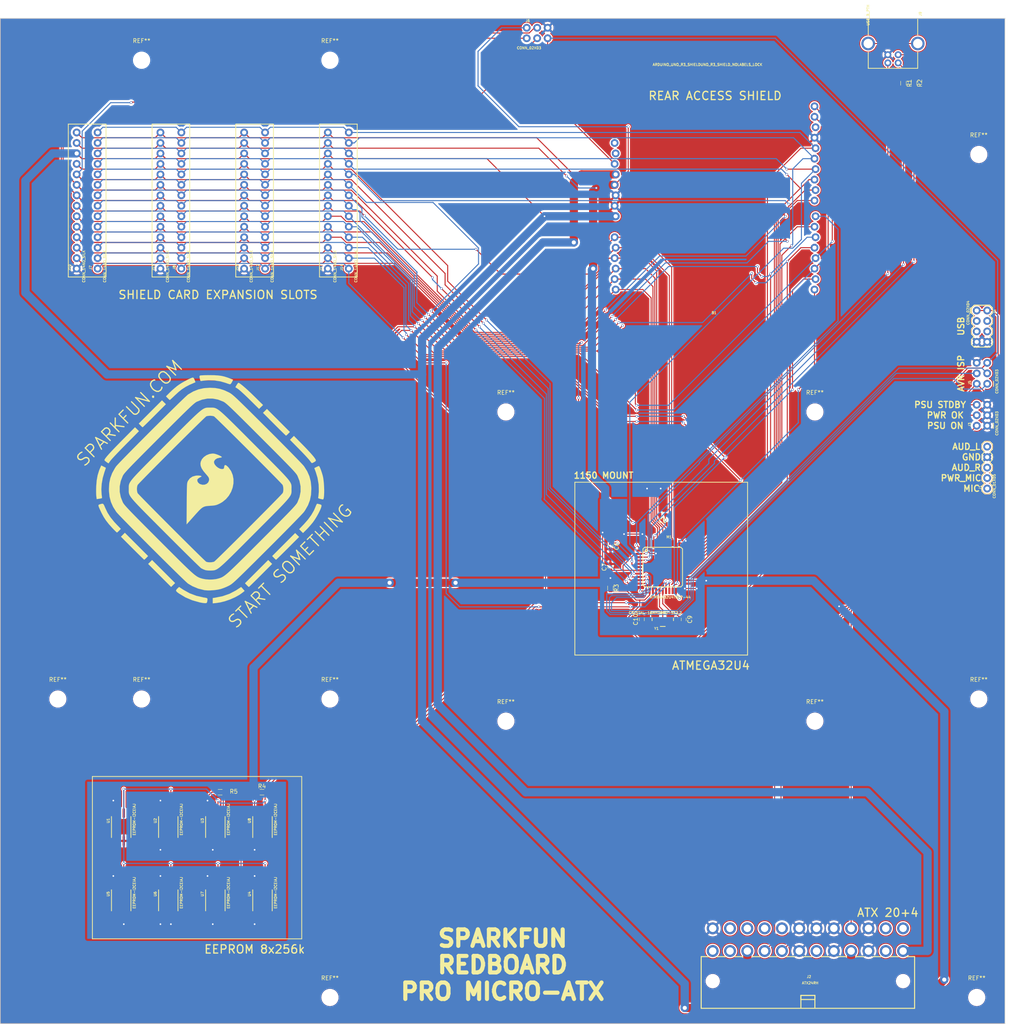
<source format=kicad_pcb>
(kicad_pcb (version 20221018) (generator pcbnew)
  (layers (0 "F.Cu" signal) (31 "B.Cu" signal) (34 "B.Paste" user) (35 "F.Paste" user) (36 "B.SilkS" user "B.Silkscreen") (37 "F.SilkS" user "F.Silkscreen") (38 "B.Mask" user) (39 "F.Mask" user) (44 "Edge.Cuts" user))
  (net 0 "")
  (net 1 "GND")
  (net 2 "Net-(C6-Pad1)")
  (net 3 "/UVCC")
  (net 4 "Net-(C8-Pad1)")
  (net 5 "Net-(C9-Pad1)")
  (net 6 "Net-(C10-Pad1)")
  (net 7 "/MIC")
  (net 8 "/PWR_MIC")
  (net 9 "/AUD_R")
  (net 10 "/AUD_L")
  (net 11 "3.3V")
  (net 12 "Net-(J2-Pad2)")
  (net 13 "5V")
  (net 14 "Net-(J2-Pad6)")
  (net 15 "/PWR_OK")
  (net 16 "/STDBY")
  (net 17 "12V")
  (net 18 "Net-(J2-Pad11)")
  (net 19 "Net-(J2-Pad12)")
  (net 20 "Net-(J2-Pad13)")
  (net 21 "Net-(J2-Pad14)")
  (net 22 "/PS_ON")
  (net 23 "Net-(J2-Pad20)")
  (net 24 "Net-(J2-Pad21)")
  (net 25 "Net-(J2-Pad22)")
  (net 26 "Net-(J2-Pad23)")
  (net 27 "/USB-")
  (net 28 "/USB+")
  (net 29 "/MISO")
  (net 30 "/SCK")
  (net 31 "/MOSI")
  (net 32 "/RESET")
  (net 33 "/D0")
  (net 34 "/D1")
  (net 35 "/D2")
  (net 36 "/D3")
  (net 37 "/D4")
  (net 38 "/D5")
  (net 39 "/D6")
  (net 40 "/D7")
  (net 41 "/D8")
  (net 42 "/D9")
  (net 43 "/D10")
  (net 44 "/D11")
  (net 45 "/D12")
  (net 46 "/D13")
  (net 47 "Net-(J9-PadD+)")
  (net 48 "Net-(J9-PadD-)")
  (net 49 "Net-(J9-PadSHLD)")
  (net 50 "/A5")
  (net 51 "/A4")
  (net 52 "/A3")
  (net 53 "/A2")
  (net 54 "/A1")
  (net 55 "/A0")
  (net 56 "/SS")
  (net 57 "/D-")
  (net 58 "/D+")
  (net 59 "/TXLED")
  (net 60 "Net-(M1-Pad33)")
  (net 61 "Net-(B1-PadAREF)")
  (net 62 "Net-(B1-PadIORE)")
  (footprint "Mounting_Holes:MountingHole_3.7mm" (layer "F.Cu") (at 272.288 61.214)
    (fp_text reference "REF**")
    (fp_text value "MountingHole_3.7mm")
  )
  (footprint "Mounting_Holes:MountingHole_3.7mm" (layer "F.Cu") (at 69.088 38.354)
    (fp_text reference "REF**")
    (fp_text value "MountingHole_3.7mm")
  )
  (footprint "Mounting_Holes:MountingHole_3.7mm" (layer "F.Cu") (at 114.808 38.354)
    (fp_text reference "REF**")
    (fp_text value "MountingHole_3.7mm")
  )
  (footprint "Mounting_Holes:MountingHole_3.7mm" (layer "F.Cu") (at 114.808 193.294)
    (fp_text reference "REF**")
    (fp_text value "MountingHole_3.7mm")
  )
  (footprint "Mounting_Holes:MountingHole_3.7mm" (layer "F.Cu") (at 69.088 193.294)
    (fp_text reference "REF**")
    (fp_text value "MountingHole_3.7mm")
  )
  (footprint "Mounting_Holes:MountingHole_3.7mm" (layer "F.Cu") (at 48.768 193.294)
    (fp_text reference "REF**")
    (fp_text value "MountingHole_3.7mm")
  )
  (footprint "Mounting_Holes:MountingHole_3.7mm" (layer "F.Cu") (at 272.288 193.294)
    (fp_text reference "REF**")
    (fp_text value "MountingHole_3.7mm")
  )
  (footprint "Mounting_Holes:MountingHole_3.7mm" (layer "F.Cu") (at 114.808 265.684)
    (fp_text reference "REF**")
    (fp_text value "MountingHole_3.7mm")
  )
  (footprint "Mounting_Holes:MountingHole_3.7mm" (layer "F.Cu") (at 271.78 265.684)
    (fp_text reference "REF**")
    (fp_text value "MountingHole_3.7mm")
  )
  (footprint "Capacitors_SMD:C_0603" (layer "F.Cu") (at 182.88 156.21 -90)
    (fp_text reference "C6")
    (fp_text value "1.0UF-0603-16V-10%")
  )
  (footprint "Capacitors_SMD:C_0603" (layer "F.Cu") (at 182.88 161.29 90)
    (fp_text reference "C7")
    (fp_text value "1.0UF-0603-16V-10%")
  )
  (footprint "Capacitors_SMD:C_0603" (layer "F.Cu") (at 195.58 148.59 180)
    (fp_text reference "C8")
    (fp_text value "0.1UF-0603-100V-10%")
  )
  (footprint "Capacitors_SMD:C_0603" (layer "F.Cu") (at 200.66 173.99 -90)
    (fp_text reference "C9")
    (fp_text value "22PF-0603-50V-5%")
  )
  (footprint "Capacitors_SMD:C_0603" (layer "F.Cu") (at 190.5 173.99 90)
    (fp_text reference "C10")
    (fp_text value "22PF-0603-50V-5%")
  )
  (footprint "Connectors:1X05" (layer "F.Cu") (at 274.32 142.24 90)
    (fp_text reference "J1")
    (fp_text value "CONN_01X05")
  )
  (footprint "Connectors:ATX24_RIGHT_ANGLE" (layer "F.Cu") (at 230.80218 259.17906)
    (fp_text reference "J2")
    (fp_text value "ATX24RH")
  )
  (footprint "Connectors:2X3-NS" (layer "F.Cu") (at 273.05 124.46 90)
    (fp_text reference "J3")
    (fp_text value "CONN_02X03")
  )
  (footprint "Connectors:2X4" (layer "F.Cu") (at 273.05 102.87 -90)
    (fp_text reference "J4")
    (fp_text value "CONN_02X04")
  )
  (footprint "Connectors:2X3-NS" (layer "F.Cu") (at 273.05 114.3 90)
    (fp_text reference "J5")
    (fp_text value "CONN_02X03")
  )
  (footprint "Connectors:2X3-NS" (layer "F.Cu") (at 165.1 31.75)
    (fp_text reference "J6")
    (fp_text value "CONN_02X03")
  )
  (footprint "1X14_NO_SILK" (layer "F.Cu") (at 58.42 88.9 90)
    (fp_text reference "J7")
    (fp_text value "CONN_14NO_SILK")
  )
  (footprint "1X14_NO_SILK" (layer "F.Cu") (at 78.74 88.9 90)
    (fp_text reference "J8")
    (fp_text value "CONN_14NO_SILK")
  )
  (footprint "Connectors:USB-B-PTH" (layer "F.Cu") (at 251.46 33.02 -90)
    (fp_text reference "J9")
    (fp_text value "USB_B_PTH")
  )
  (footprint "1X14_NO_SILK" (layer "F.Cu") (at 53.34 88.9 90)
    (fp_text reference "J10")
    (fp_text value "CONN_14NO_SILK")
  )
  (footprint "1X14_NO_SILK" (layer "F.Cu") (at 73.66 88.9 90)
    (fp_text reference "J11")
    (fp_text value "CONN_14NO_SILK")
  )
  (footprint "1X14_NO_SILK" (layer "F.Cu") (at 99.06 88.9 90)
    (fp_text reference "J12")
    (fp_text value "CONN_14NO_SILK")
  )
  (footprint "1X14_NO_SILK" (layer "F.Cu") (at 119.38 88.9 90)
    (fp_text reference "J14")
    (fp_text value "CONN_14NO_SILK")
  )
  (footprint "1X14_NO_SILK" (layer "F.Cu") (at 93.98 88.9 90)
    (fp_text reference "J15")
    (fp_text value "CONN_14NO_SILK")
  )
  (footprint "1X14_NO_SILK" (layer "F.Cu") (at 114.3 88.9 90)
    (fp_text reference "J17")
    (fp_text value "CONN_14NO_SILK")
  )
  (footprint "IC:TQFP44" (layer "F.Cu") (at 195.58 161.29)
    (fp_text reference "M1")
    (fp_text value "ATMEGA32U4TQFP-44")
  )
  (footprint "Resistors_SMD:R_0603" (layer "F.Cu") (at 254 43.93 -90)
    (fp_text reference "R1")
    (fp_text value "22OHM")
  )
  (footprint "Resistors_SMD:R_0603" (layer "F.Cu") (at 256.54 43.93 -90)
    (fp_text reference "R2")
    (fp_text value "22OHM")
  )
  (footprint "Resistors_SMD:R_0603" (layer "F.Cu") (at 182.88 166.37 -90)
    (fp_text reference "R3")
    (fp_text value "10KOHM-0603-1_10W-1%")
  )
  (footprint "Clocks:CRYSTAL-SMD-5X3.2-4PAD" (layer "F.Cu") (at 195.58 173.99 180)
    (fp_text reference "Y1")
    (fp_text value "CRYSTAL-16MHZSMD-5X3.2")
  )
  (footprint "UNO_R3_SHIELD_NOLABELS_LOCK" (layer "F.Cu") (at 208.28 69.85 180)
    (fp_text reference "B1")
    (fp_text value "ARDUINO_UNO_R3_SHIELDUNO_R3_SHIELD_NOLABELS_LOCK")
  )
  (footprint "Mounting_Holes:MountingHole_3.7mm" (layer "F.Cu") (at 157.51 123.668)
    (fp_text reference "REF**")
    (fp_text value "MountingHole_3.7mm")
  )
  (footprint "Mounting_Holes:MountingHole_3.7mm" (layer "F.Cu") (at 232.51 123.668)
    (fp_text reference "REF**")
    (fp_text value "MountingHole_3.7mm")
  )
  (footprint "Mounting_Holes:MountingHole_3.7mm" (layer "F.Cu") (at 232.51 198.668)
    (fp_text reference "REF**")
    (fp_text value "MountingHole_3.7mm")
  )
  (footprint "Mounting_Holes:MountingHole_3.7mm" (layer "F.Cu") (at 157.51 198.668)
    (fp_text reference "REF**")
    (fp_text value "MountingHole_3.7mm")
  )
  (footprint "Resistors_SMD:R_0603" (layer "F.Cu") (at 98.31 215.9)
    (fp_text reference "R4")
    (fp_text value "4.7KOHM")
  )
  (footprint "Resistors_SMD:R_0603" (layer "F.Cu") (at 88.15 215.9)
    (fp_text reference "R5")
    (fp_text value "4.7KOHM")
  )
  (footprint "SO08-EIAJ" (layer "F.Cu") (at 64.135 224.3328)
    (fp_text reference "U1")
    (fp_text value "EEPROM-I2CEIAJ")
  )
  (footprint "SO08-EIAJ" (layer "F.Cu") (at 75.565 224.3328)
    (fp_text reference "U2")
    (fp_text value "EEPROM-I2CEIAJ")
  )
  (footprint "SO08-EIAJ" (layer "F.Cu") (at 86.995 224.3328)
    (fp_text reference "U3")
    (fp_text value "EEPROM-I2CEIAJ")
  )
  (footprint "SO08-EIAJ" (layer "F.Cu") (at 98.425 242.1128)
    (fp_text reference "U4")
    (fp_text value "EEPROM-I2CEIAJ")
  )
  (footprint "SO08-EIAJ" (layer "F.Cu") (at 64.135 242.1128)
    (fp_text reference "U5")
    (fp_text value "EEPROM-I2CEIAJ")
  )
  (footprint "SO08-EIAJ" (layer "F.Cu") (at 75.565 242.1128)
    (fp_text reference "U6")
    (fp_text value "EEPROM-I2CEIAJ")
  )
  (footprint "SO08-EIAJ" (layer "F.Cu") (at 86.995 242.1128)
    (fp_text reference "U7")
    (fp_text value "EEPROM-I2CEIAJ")
  )
  (footprint "SO08-EIAJ" (layer "F.Cu") (at 98.425 224.3328)
    (fp_text reference "U8")
    (fp_text value "EEPROM-I2CEIAJ")
  )
  (footprint "Custom_Silk:FLAME" (layer "F.Cu") (at 85.725 142.367)
    (fp_text reference "G***" hide)
    (fp_text value "LOGO" hide)
  )
  (gr_line (start 71.628 53.848) (end 80.772 53.848) (stroke (width 0.2)) (layer "F.SilkS"))
  (gr_line (start 80.772 53.848) (end 80.772 90.932) (stroke (width 0.2)) (layer "F.SilkS"))
  (gr_line (start 80.772 90.932) (end 71.628 90.932) (stroke (width 0.2)) (layer "F.SilkS"))
  (gr_line (start 71.628 90.932) (end 71.628 53.848) (stroke (width 0.2)) (layer "F.SilkS"))
  (gr_line (start 91.948 53.848) (end 101.092 53.848) (stroke (width 0.2)) (layer "F.SilkS"))
  (gr_line (start 101.092 53.848) (end 101.092 90.932) (stroke (width 0.2)) (layer "F.SilkS"))
  (gr_line (start 101.092 90.932) (end 91.948 90.932) (stroke (width 0.2)) (layer "F.SilkS"))
  (gr_line (start 91.948 90.932) (end 91.948 53.848) (stroke (width 0.2)) (layer "F.SilkS"))
  (gr_line (start 112.268 53.848) (end 121.412 53.848) (stroke (width 0.2)) (layer "F.SilkS"))
  (gr_line (start 121.412 53.848) (end 121.412 90.932) (stroke (width 0.2)) (layer "F.SilkS"))
  (gr_line (start 121.412 90.932) (end 112.268 90.932) (stroke (width 0.2)) (layer "F.SilkS"))
  (gr_line (start 112.268 90.932) (end 112.268 53.848) (stroke (width 0.2)) (layer "F.SilkS"))
  (gr_line (start 216.154 182.626) (end 216.154 140.716) (stroke (width 0.2)) (layer "F.SilkS"))
  (gr_line (start 174.244 182.626) (end 216.154 182.626) (stroke (width 0.2)) (layer "F.SilkS"))
  (gr_line (start 216.154 140.716) (end 174.244 140.716) (stroke (width 0.2)) (layer "F.SilkS"))
  (gr_line (start 107.95 251.46) (end 57.15 251.46) (stroke (width 0.2)) (layer "F.SilkS"))
  (gr_line (start 51.308 53.848) (end 60.452 53.848) (stroke (width 0.2)) (layer "F.SilkS"))
  (gr_line (start 57.15 251.46) (end 57.15 212.09) (stroke (width 0.2)) (layer "F.SilkS"))
  (gr_line (start 174.244 140.716) (end 174.244 182.626) (stroke (width 0.2)) (layer "F.SilkS"))
  (gr_line (start 60.452 53.848) (end 60.452 90.932) (stroke (width 0.2)) (layer "F.SilkS"))
  (gr_line (start 51.308 90.932) (end 51.308 53.848) (stroke (width 0.2)) (layer "F.SilkS"))
  (gr_line (start 275.844 116.205) (end 275.844 117.475) (stroke (width 0.2)) (layer "F.SilkS"))
  (gr_line (start 275.844 126.365) (end 275.844 127.635) (stroke (width 0.2)) (layer "F.SilkS"))
  (gr_line (start 57.15 212.09) (end 107.95 212.09) (stroke (width 0.2)) (layer "F.SilkS"))
  (gr_line (start 60.452 90.932) (end 51.308 90.932) (stroke (width 0.2)) (layer "F.SilkS"))
  (gr_line (start 107.95 212.09) (end 107.95 251.46) (stroke (width 0.2)) (layer "F.SilkS"))
  (gr_line (start 278.638 28.194) (end 278.638 272.034) (stroke (width 0.15)) (layer "Edge.Cuts"))
  (gr_line (start 34.798 272.034) (end 34.798 28.194) (stroke (width 0.15)) (layer "Edge.Cuts"))
  (gr_line (start 34.798 28.194) (end 278.638 28.194) (stroke (width 0.15)) (layer "Edge.Cuts"))
  (gr_line (start 278.638 272.034) (end 34.798 272.034) (stroke (width 0.15)) (layer "Edge.Cuts"))
  (gr_text "USB" (at 267.97 102.87 90) (layer "F.SilkS") (effects (font (size 1.5 1.5) (thickness 0.3))))
  (gr_text "PSU STDBY" (at 262.89 121.92) (layer "F.SilkS") (effects (font (size 1.5 1.5) (thickness 0.3))))
  (gr_text "1150 MOUNT" (at 181.229 139.065) (layer "F.SilkS") (effects (font (size 1.5 1.5) (thickness 0.3))))
  (gr_text "ATX 20+4" (at 250.19 245.11) (layer "F.SilkS") (effects (font (size 2 2) (thickness 0.3))))
  (gr_text "SPARKFUN\nREDBOARD\nPRO MICRO-ATX" (at 156.718 257.81) (layer "F.SilkS") (effects (font (size 4 4) (thickness 1))))
  (gr_text "PWR OK" (at 264.16 124.46) (layer "F.SilkS") (effects (font (size 1.5 1.5) (thickness 0.3))))
  (gr_text "AUD_R" (at 269.24 137.16) (layer "F.SilkS") (effects (font (size 1.5 1.5) (thickness 0.3))))
  (gr_text "EEPROM 8x256k" (at 96.52 254) (layer "F.SilkS") (effects (font (size 2 2) (thickness 0.3))))
  (gr_text "REAR ACCESS SHIELD" (at 208.28 46.99) (layer "F.SilkS") (effects (font (size 2 2) (thickness 0.3))))
  (gr_text "GND" (at 270.51 134.62) (layer "F.SilkS") (effects (font (size 1.5 1.5) (thickness 0.3))))
  (gr_text "PSU ON" (at 264.16 127) (layer "F.SilkS") (effects (font (size 1.5 1.5) (thickness 0.3))))
  (gr_text "ATMEGA32U4" (at 207.264 185.166) (layer "F.SilkS") (effects (font (size 2 2) (thickness 0.3))))
  (gr_text "START SOMETHING" (at 105.156 161.036 45) (layer "F.SilkS") (effects (font (size 3 3) (thickness 0.3))))
  (gr_text "PWR_MIC" (at 267.97 139.7) (layer "F.SilkS") (effects (font (size 1.5 1.5) (thickness 0.3))))
  (gr_text "AVR ISP" (at 267.97 114.3 90) (layer "F.SilkS") (effects (font (size 1.5 1.5) (thickness 0.3))))
  (gr_text "SHIELD CARD EXPANSION SLOTS\n" (at 87.63 95.25) (layer "F.SilkS") (effects (font (size 2 2) (thickness 0.3))))
  (gr_text "SPARKFUN.COM" (at 66.167 123.952 45) (layer "F.SilkS") (effects (font (size 3 3) (thickness 0.3))))
  (gr_text "MIC\n" (at 270.51 142.24) (layer "F.SilkS") (effects (font (size 1.5 1.5) (thickness 0.3))))
  (gr_text "AUD_L\n" (at 269.24 132.08) (layer "F.SilkS") (effects (font (size 1.5 1.5) (thickness 0.3))))
  (segment (start 194.83 148.59) (end 194.83 142.482) (width 0.25) (layer "F.Cu") (net 1))
  (segment (start 194.83 142.482) (end 195.072 142.24) (width 0.25) (layer "F.Cu") (net 1))
  (via (at 195.072 142.24) (size 0.6) (drill 0.4) (layers "F.Cu" "B.Cu") (net 1))
  (via (at 191.77 142.24) (size 0.6) (drill 0.4) (layers "F.Cu" "B.Cu") (net 1))
  (segment (start 195.072 142.24) (end 191.77 142.24) (width 0.25) (layer "B.Cu") (net 1))
  (segment (start 188.78188 161.29) (end 188.087 160.59512) (width 0.25) (layer "F.Cu") (net 2))
  (segment (start 182.892 155.448) (end 182.88 155.46) (width 0.25) (layer "F.Cu") (net 2))
  (segment (start 188.087 160.59512) (end 188.087 159.893) (width 0.25) (layer "F.Cu") (net 2))
  (segment (start 184.531 155.448) (end 182.892 155.448) (width 0.25) (layer "F.Cu") (net 2))
  (segment (start 189.78118 161.29) (end 188.78188 161.29) (width 0.25) (layer "F.Cu") (net 2))
  (via (at 188.087 159.893) (size 0.6) (drill 0.4) (layers "F.Cu" "B.Cu") (net 2))
  (via (at 184.531 155.448) (size 0.6) (drill 0.4) (layers "F.Cu" "B.Cu") (net 2))
  (segment (start 188.087 159.893) (end 188.087 159.004) (width 0.25) (layer "B.Cu") (net 2))
  (segment (start 188.087 159.004) (end 184.531 155.448) (width 0.25) (layer "B.Cu") (net 2))
  (segment (start 189.78118 158.09214) (end 188.78188 158.09214) (width 0.25) (layer "F.Cu") (net 3))
  (segment (start 189.88532 157.988) (end 189.78118 158.09214) (width 0.25) (layer "F.Cu") (net 3))
  (segment (start 185.928 160.94602) (end 185.928 161.925) (width 0.25) (layer "F.Cu") (net 3))
  (segment (start 185.928 161.925) (end 185.928 162.08756) (width 0.25) (layer "F.Cu") (net 3))
  (segment (start 185.928 162.08756) (end 182.92756 162.08756) (width 0.25) (layer "F.Cu") (net 3))
  (segment (start 188.78188 158.09214) (end 185.928 160.94602) (width 0.25) (layer "F.Cu") (net 3))
  (segment (start 250.21032 38.99916) (end 250.21032 90.14968) (width 0.25) (layer "F.Cu") (net 3))
  (segment (start 182.92756 162.08756) (end 182.88 162.04) (width 0.25) (layer "F.Cu") (net 3))
  (segment (start 189.78118 162.08756) (end 185.928 162.08756) (width 0.25) (layer "F.Cu") (net 3))
  (segment (start 191.516 157.988) (end 189.88532 157.988) (width 0.25) (layer "F.Cu") (net 3))
  (via (at 250.21032 90.14968) (size 0.6) (drill 0.4) (layers "F.Cu" "B.Cu") (net 3))
  (via (at 191.516 157.988) (size 0.6) (drill 0.4) (layers "F.Cu" "B.Cu") (net 3))
  (segment (start 192.024 148.59) (end 192.024 157.48) (width 0.25) (layer "B.Cu") (net 3))
  (segment (start 204.47 136.144) (end 204.47 135.89) (width 0.25) (layer "B.Cu") (net 3))
  (segment (start 204.47 135.89) (end 250.21032 90.14968) (width 0.25) (layer "B.Cu") (net 3))
  (segment (start 204.47 136.144) (end 192.024 148.59) (width 0.25) (layer "B.Cu") (net 3))
  (segment (start 192.024 157.48) (end 191.516 157.988) (width 0.25) (layer "B.Cu") (net 3))
  (segment (start 193.18224 155.49118) (end 193.18224 156.49048) (width 0.25) (layer "F.Cu") (net 4))
  (segment (start 193.18224 156.49048) (end 193.257241 156.565481) (width 0.25) (layer "F.Cu") (net 4))
  (segment (start 193.473419 156.565481) (end 193.408419 156.500481) (width 0.25) (layer "F.Cu") (net 4))
  (segment (start 193.408419 156.500481) (end 193.408419 153.936581) (width 0.25) (layer "F.Cu") (net 4))
  (segment (start 196.215 148.705) (end 196.33 148.59) (width 0.25) (layer "F.Cu") (net 4))
  (segment (start 196.215 149.86) (end 196.215 148.705) (width 0.25) (layer "F.Cu") (net 4))
  (segment (start 193.408419 153.936581) (end 193.675 153.67) (width 0.25) (layer "F.Cu") (net 4))
  (segment (start 193.257241 156.565481) (end 193.473419 156.565481) (width 0.25) (layer "F.Cu") (net 4))
  (via (at 193.675 153.67) (size 0.6) (drill 0.4) (layers "F.Cu" "B.Cu") (net 4))
  (via (at 196.215 149.86) (size 0.6) (drill 0.4) (layers "F.Cu" "B.Cu") (net 4))
  (segment (start 196.215 151.13) (end 196.215 149.86) (width 0.25) (layer "B.Cu") (net 4))
  (segment (start 193.675 153.67) (end 196.215 151.13) (width 0.25) (layer "B.Cu") (net 4))
  (segment (start 197.42912 172.04201) (end 195.58 170.19289) (width 0.25) (layer "F.Cu") (net 5))
  (segment (start 197.42912 172.84192) (end 197.42912 172.04201) (width 0.25) (layer "F.Cu") (net 5))
  (segment (start 195.58 168.08812) (end 195.58 167.08882) (width 0.25) (layer "F.Cu") (net 5))
  (segment (start 199.402 173.24) (end 200.66 173.24) (width 0.25) (layer "F.Cu") (net 5))
  (segment (start 199.00392 172.84192) (end 199.402 173.24) (width 0.25) (layer "F.Cu") (net 5))
  (segment (start 197.42912 172.84192) (end 199.00392 172.84192) (width 0.25) (layer "F.Cu") (net 5))
  (segment (start 195.58 170.19289) (end 195.58 168.08812) (width 0.25) (layer "F.Cu") (net 5))
  (segment (start 195.58 174.48892) (end 195.58 171.704) (width 0.25) (layer "F.Cu") (net 6))
  (segment (start 194.93084 175.13808) (end 195.58 174.48892) (width 0.25) (layer "F.Cu") (net 6))
  (segment (start 193.73088 175.13808) (end 194.93084 175.13808) (width 0.25) (layer "F.Cu") (net 6))
  (segment (start 191.758 174.74) (end 190.5 174.74) (width 0.25) (layer "F.Cu") (net 6))
  (segment (start 192.15608 175.13808) (end 191.758 174.74) (width 0.25) (layer "F.Cu") (net 6))
  (segment (start 193.73088 175.13808) (end 192.15608 175.13808) (width 0.25) (layer "F.Cu") (net 6))
  (segment (start 194.78244 170.90644) (end 194.78244 167.08882) (width 0.25) (layer "F.Cu") (net 6))
  (segment (start 195.58 171.704) (end 194.78244 170.90644) (width 0.25) (layer "F.Cu") (net 6))
  (segment (start 175.895 66.04) (end 184.15 66.04) (width 2) (layer "F.Cu") (net 11))
  (segment (start 93.98 55.88) (end 92.704801 57.155199) (width 0.25) (layer "F.Cu") (net 11))
  (segment (start 173.99 68.58) (end 173.99 67.945) (width 2) (layer "F.Cu") (net 11))
  (segment (start 72.384801 57.155199) (end 54.615199 57.155199) (width 0.25) (layer "F.Cu") (net 11))
  (segment (start 54.615199 57.155199) (end 54.279799 56.819799) (width 0.25) (layer "F.Cu") (net 11))
  (segment (start 173.99 82.55) (end 173.99 68.58) (width 2) (layer "F.Cu") (net 11))
  (segment (start 95.255199 57.155199) (end 94.919799 56.819799) (width 0.25) (layer "F.Cu") (net 11))
  (segment (start 114.3 55.88) (end 113.024801 57.155199) (width 0.25) (layer "F.Cu") (net 11))
  (segment (start 54.279799 56.819799) (end 53.34 55.88) (width 0.25) (layer "F.Cu") (net 11))
  (segment (start 174.879 67.056) (end 175.895 66.04) (width 2) (layer "F.Cu") (net 11))
  (segment (start 115.564801 57.144801) (end 164.967801 57.144801) (width 0.25) (layer "F.Cu") (net 11))
  (segment (start 114.3 55.88) (end 115.564801 57.144801) (width 0.25) (layer "F.Cu") (net 11))
  (segment (start 73.66 55.88) (end 72.384801 57.155199) (width 0.25) (layer "F.Cu") (net 11))
  (segment (start 173.99 67.945) (end 174.879 67.056) (width 2) (layer "F.Cu") (net 11))
  (segment (start 74.935199 57.155199) (end 74.599799 56.819799) (width 0.25) (layer "F.Cu") (net 11))
  (segment (start 74.599799 56.819799) (end 73.66 55.88) (width 0.25) (layer "F.Cu") (net 11))
  (segment (start 94.919799 56.819799) (end 93.98 55.88) (width 0.25) (layer "F.Cu") (net 11))
  (segment (start 92.704801 57.155199) (end 74.935199 57.155199) (width 0.25) (layer "F.Cu") (net 11))
  (segment (start 164.967801 57.144801) (end 174.879 67.056) (width 0.25) (layer "F.Cu") (net 11))
  (segment (start 113.024801 57.155199) (end 95.255199 57.155199) (width 0.25) (layer "F.Cu") (net 11))
  (via (at 173.99 82.55) (size 2) (drill 1) (layers "F.Cu" "B.Cu") (net 11))
  (segment (start 253.90094 254.4191) (end 255.950234 254.4191) (width 2) (layer "B.Cu") (net 11))
  (segment (start 166.497 82.55) (end 173.99 82.55) (width 2) (layer "B.Cu") (net 11))
  (segment (start 162.306 215.9) (end 140.97 194.564) (width 2) (layer "B.Cu") (net 11))
  (segment (start 259.842 254.381) (end 259.842 252.235434) (width 2) (layer "B.Cu") (net 11))
  (segment (start 140.97 194.564) (end 140.97 108.077) (width 2) (layer "B.Cu") (net 11))
  (segment (start 140.97 108.077) (end 166.497 82.55) (width 2) (layer "B.Cu") (net 11))
  (segment (start 259.842 252.235434) (end 259.842 230.505) (width 2) (layer "B.Cu") (net 11))
  (segment (start 255.950234 254.4191) (end 255.988334 254.381) (width 2) (layer "B.Cu") (net 11))
  (segment (start 245.237 215.9) (end 162.306 215.9) (width 2) (layer "B.Cu") (net 11))
  (segment (start 259.842 230.505) (end 245.237 215.9) (width 2) (layer "B.Cu") (net 11))
  (segment (start 255.988334 254.381) (end 259.842 254.381) (width 2) (layer "B.Cu") (net 11))
  (segment (start 72.384801 59.695199) (end 54.615199 59.695199) (width 0.25) (layer "F.Cu") (net 13))
  (segment (start 203.835 166.497) (end 200.914 166.497) (width 0.25) (layer "F.Cu") (net 13))
  (segment (start 191.58204 155.49118) (end 191.58204 154.24404) (width 0.25) (layer "F.Cu") (net 13))
  (segment (start 201.37882 164.48786) (end 206.01686 164.48786) (width 0.25) (layer "F.Cu") (net 13))
  (segment (start 96.52 220.98) (end 96.52 217.932) (width 0.25) (layer "F.Cu") (net 13))
  (segment (start 85.09 220.98) (end 85.09 219.62637) (width 0.25) (layer "F.Cu") (net 13))
  (segment (start 276.987 117.856) (end 275.717 119.126) (width 0.25) (layer "F.Cu") (net 13))
  (segment (start 96.52 227.711) (end 96.52 229.87) (width 0.25) (layer "F.Cu") (net 13))
  (segment (start 191.262 153.924) (end 190.627 153.289) (width 0.25) (layer "F.Cu") (net 13))
  (segment (start 85.09 236.22) (end 85.09 238.76) (width 0.25) (layer "F.Cu") (net 13))
  (segment (start 187.198 65.278) (end 183.896 68.58) (width 0.25) (layer "F.Cu") (net 13))
  (segment (start 97.79 245.491) (end 96.52 245.491) (width 0.25) (layer "F.Cu") (net 13))
  (segment (start 85.09 216.916) (end 86.106 215.9) (width 0.25) (layer "F.Cu") (net 13))
  (segment (start 183.896 68.58) (end 180.213 68.58) (width 2) (layer "F.Cu") (net 13))
  (segment (start 73.66 58.42) (end 72.384801 59.695199) (width 0.25) (layer "F.Cu") (net 13))
  (segment (start 64.77 245.491) (end 64.77 247.904) (width 0.25) (layer "F.Cu") (net 13))
  (segment (start 76.2 245.491) (end 76.2 247.904) (width 0.25) (layer "F.Cu") (net 13))
  (segment (start 191.58204 157.129038) (end 191.58204 155.49118) (width 0.25) (layer "F.Cu") (net 13))
  (segment (start 62.23 217.932) (end 62.23 220.98) (width 0.25) (layer "F.Cu") (net 13))
  (segment (start 95.244801 59.684801) (end 94.919799 59.359799) (width 0.25) (layer "F.Cu") (net 13))
  (segment (start 96.52 216.44) (end 97.06 215.9) (width 0.25) (layer "F.Cu") (net 13))
  (segment (start 74.924801 59.684801) (end 74.914403 59.695199) (width 0.25) (layer "F.Cu") (net 13))
  (segment (start 86.106 215.9) (end 87.4 215.9) (width 0.25) (layer "F.Cu") (net 13))
  (segment (start 193.18224 166.08952) (end 193.929 165.34276) (width 0.25) (layer "F.Cu") (net 13))
  (segment (start 96.52 238.76) (end 96.52 236.22) (width 0.25) (layer "F.Cu") (net 13))
  (segment (start 257.556 267.716) (end 259.588 265.684) (width 2) (layer "F.Cu") (net 13))
  (segment (start 178.689 70.104) (end 178.689 88.9) (width 2) (layer "F.Cu") (net 13))
  (segment (start 241.3 263.144) (end 245.872 267.716) (width 2) (layer "F.Cu") (net 13))
  (segment (start 180.975 160.782) (end 180.975 152.908) (width 0.25) (layer "F.Cu") (net 13))
  (segment (start 193.929 165.34276) (end 193.929 157.988) (width 0.25) (layer "F.Cu") (net 13))
  (segment (start 200.61682 155.49118) (end 201.168 154.94) (width 0.25) (layer "F.Cu") (net 13))
  (segment (start 190.627 153.289) (end 186.182 153.289) (width 0.25) (layer "F.Cu") (net 13))
  (segment (start 86.36 227.711) (end 86.36 229.87) (width 0.25) (layer "F.Cu") (net 13))
  (segment (start 86.36 245.491) (end 86.36 247.904) (width 0.25) (layer "F.Cu") (net 13))
  (segment (start 274.066 119.126) (end 271.78 116.84) (width 0.25) (layer "F.Cu") (net 13))
  (segment (start 87.63 245.491) (end 86.36 245.491) (width 0.25) (layer "F.Cu") (net 13))
  (segment (start 275.717 119.126) (end 274.066 119.126) (width 0.25) (layer "F.Cu") (net 13))
  (segment (start 114.3 58.42) (end 115.564801 59.684801) (width 0.25) (layer "F.Cu") (net 13))
  (segment (start 96.52 217.932) (end 96.52 216.44) (width 0.25) (layer "F.Cu") (net 13))
  (segment (start 276.987 100.397923) (end 276.987 117.856) (width 0.25) (layer "F.Cu") (net 13))
  (segment (start 179.451 69.342) (end 178.689 70.104) (width 2) (layer "F.Cu") (net 13))
  (segment (start 73.66 238.76) (end 73.66 236.22) (width 0.25) (layer "F.Cu") (net 13))
  (segment (start 73.66 220.98) (end 73.66 217.932) (width 0.25) (layer "F.Cu") (net 13))
  (segment (start 180.213 68.58) (end 179.451 69.342) (width 2) (layer "F.Cu") (net 13))
  (segment (start 113.035199 59.684801) (end 95.244801 59.684801) (width 0.25) (layer "F.Cu") (net 13))
  (segment (start 94.919799 59.359799) (end 93.98 58.42) (width 0.25) (layer "F.Cu") (net 13))
  (segment (start 206.01686 164.48786) (end 206.121 164.592) (width 0.25) (layer "F.Cu") (net 13))
  (segment (start 73.66 227.711) (end 73.66 229.87) (width 0.25) (layer "F.Cu") (net 13))
  (segment (start 193.929 157.988) (end 192.441002 157.988) (width 0.25) (layer "F.Cu") (net 13))
  (segment (start 129.286 165.1) (end 145.288 165.1) (width 2) (layer "F.Cu") (net 13))
  (segment (start 191.58204 154.24404) (end 191.262 153.924) (width 0.25) (layer "F.Cu") (net 13))
  (segment (start 97.06 215.9) (end 97.56 215.9) (width 0.25) (layer "F.Cu") (net 13))
  (segment (start 96.52 245.491) (end 96.52 247.904) (width 0.25) (layer "F.Cu") (net 13))
  (segment (start 240.157 170.815) (end 238.379 170.815) (width 0.25) (layer "F.Cu") (net 13))
  (segment (start 274.32 99.06) (end 275.649077 99.06) (width 0.25) (layer "F.Cu") (net 13))
  (segment (start 187.198 54.483) (end 187.198 65.278) (width 0.25) (layer "F.Cu") (net 13))
  (segment (start 99.06 227.711) (end 97.79 227.711) (width 0.25) (layer "F.Cu") (net 13))
  (segment (start 97.79 227.711) (end 96.52 227.711) (width 0.25) (layer "F.Cu") (net 13))
  (segment (start 265.176 145.796) (end 240.157 170.815) (width 0.25) (layer "F.Cu") (net 13))
  (segment (start 199.57796 155.49118) (end 200.61682 155.49118) (width 0.25) (layer "F.Cu") (net 13))
  (segment (start 259.588 265.684) (end 263.906 261.366) (width 2) (layer "F.Cu") (net 13))
  (segment (start 193.18224 167.08882) (end 193.18224 166.08952) (width 0.25) (layer "F.Cu") (net 13))
  (segment (start 271.78 116.84) (end 265.176 123.444) (width 0.25) (layer "F.Cu") (net 13))
  (segment (start 241.3 254.4191) (end 241.3 263.144) (width 2) (layer "F.Cu") (net 13))
  (segment (start 92.704801 59.695199) (end 74.935199 59.695199) (width 0.25) (layer "F.Cu") (net 13))
  (segment (start 85.09 217.932) (end 85.09 216.916) (width 0.25) (layer "F.Cu") (net 13))
  (segment (start 265.176 123.444) (end 265.176 145.796) (width 0.25) (layer "F.Cu") (net 13))
  (segment (start 272.990923 99.06) (end 271.78 99.06) (width 0.25) (layer "F.Cu") (net 13))
  (segment (start 74.935199 59.695199) (end 74.599799 59.359799) (width 0.25) (layer "F.Cu") (net 13))
  (segment (start 275.649077 99.06) (end 276.987 100.397923) (width 0.25) (layer "F.Cu") (net 13))
  (segment (start 74.599799 59.359799) (end 73.66 58.42) (width 0.25) (layer "F.Cu") (net 13))
  (segment (start 93.98 58.42) (end 92.704801 59.695199) (width 0.25) (layer "F.Cu") (net 13))
  (segment (start 73.66 247.904) (end 73.66 245.491) (width 0.25) (layer "F.Cu") (net 13))
  (segment (start 274.32 99.06) (end 272.990923 99.06) (width 0.25) (layer "F.Cu") (net 13))
  (segment (start 165.475801 59.684801) (end 172.212 66.421) (width 0.25) (layer "F.Cu") (net 13))
  (segment (start 97.56 215.7) (end 97.536 215.676) (width 0.25) (layer "F.Cu") (net 13))
  (segment (start 54.279799 59.359799) (end 53.34 58.42) (width 0.25) (layer "F.Cu") (net 13))
  (segment (start 85.09 219.62637) (end 85.09 217.932) (width 0.25) (layer "F.Cu") (net 13))
  (segment (start 54.615199 59.695199) (end 54.279799 59.359799) (width 0.25) (layer "F.Cu") (net 13))
  (segment (start 115.564801 59.684801) (end 165.475801 59.684801) (width 0.25) (layer "F.Cu") (net 13))
  (segment (start 245.872 267.716) (end 257.556 267.716) (width 2) (layer "F.Cu") (net 13))
  (segment (start 74.924801 59.684801) (end 73.66 58.42) (width 0.25) (layer "F.Cu") (net 13))
  (segment (start 62.23 236.22) (end 62.23 238.76) (width 0.25) (layer "F.Cu") (net 13))
  (segment (start 192.441002 157.988) (end 191.58204 157.129038) (width 0.25) (layer "F.Cu") (net 13))
  (segment (start 182.88 165.62) (end 182.88 163.957) (width 0.25) (layer "F.Cu") (net 13))
  (segment (start 114.3 58.42) (end 113.035199 59.684801) (width 0.25) (layer "F.Cu") (net 13))
  (segment (start 97.56 215.9) (end 97.56 215.7) (width 0.25) (layer "F.Cu") (net 13))
  (via (at 62.23 236.22) (size 0.6) (drill 0.4) (layers "F.Cu" "B.Cu") (net 13))
  (via (at 73.66 236.22) (size 0.6) (drill 0.4) (layers "F.Cu" "B.Cu") (net 13))
  (via (at 193.929 157.988) (size 0.6) (drill 0.4) (layers "F.Cu" "B.Cu") (net 13))
  (via (at 86.36 229.87) (size 0.6) (drill 0.4) (layers "F.Cu" "B.Cu") (net 13))
  (via (at 96.52 229.87) (size 0.6) (drill 0.4) (layers "F.Cu" "B.Cu") (net 13))
  (via (at 145.288 165.1) (size 2) (drill 1) (layers "F.Cu" "B.Cu") (net 13))
  (via (at 200.914 166.497) (size 0.6) (drill 0.4) (layers "F.Cu" "B.Cu") (net 13))
  (via (at 206.121 164.592) (size 0.6) (drill 0.4) (layers "F.Cu" "B.Cu") (net 13))
  (via (at 86.36 247.904) (size 0.6) (drill 0.4) (layers "F.Cu" "B.Cu") (net 13))
  (via (at 96.52 217.932) (size 0.6) (drill 0.4) (layers "F.Cu" "B.Cu") (net 13))
  (via (at 73.66 247.904) (size 0.6) (drill 0.4) (layers "F.Cu" "B.Cu") (net 13))
  (via (at 85.09 236.22) (size 0.6) (drill 0.4) (layers "F.Cu" "B.Cu") (net 13))
  (via (at 182.88 163.957) (size 0.6) (drill 0.4) (layers "F.Cu" "B.Cu") (net 13))
  (via (at 73.66 217.932) (size 0.6) (drill 0.4) (layers "F.Cu" "B.Cu") (net 13))
  (via (at 178.689 88.9) (size 2) (drill 1) (layers "F.Cu" "B.Cu") (net 13))
  (via (at 238.379 170.815) (size 0.6) (drill 0.4) (layers "F.Cu" "B.Cu") (net 13))
  (via (at 187.198 54.483) (size 0.6) (drill 0.4) (layers "F.Cu" "B.Cu") (net 13))
  (via (at 64.77 247.904) (size 0.6) (drill 0.4) (layers "F.Cu" "B.Cu") (net 13))
  (via (at 263.906 261.366) (size 2) (drill 1) (layers "F.Cu" "B.Cu") (net 13))
  (via (at 201.168 154.94) (size 0.6) (drill 0.4) (layers "F.Cu" "B.Cu") (net 13))
  (via (at 190.627 153.289) (size 0.6) (drill 0.4) (layers "F.Cu" "B.Cu") (net 13))
  (via (at 172.212 66.421) (size 0.6) (drill 0.4) (layers "F.Cu" "B.Cu") (net 13))
  (via (at 186.182 153.289) (size 0.6) (drill 0.4) (layers "F.Cu" "B.Cu") (net 13))
  (via (at 180.975 160.782) (size 0.6) (drill 0.4) (layers "F.Cu" "B.Cu") (net 13))
  (via (at 180.975 152.908) (size 0.6) (drill 0.4) (layers "F.Cu" "B.Cu") (net 13))
  (via (at 96.52 247.904) (size 0.6) (drill 0.4) (layers "F.Cu" "B.Cu") (net 13))
  (via (at 85.09 217.932) (size 0.6) (drill 0.4) (layers "F.Cu" "B.Cu") (net 13))
  (via (at 73.66 229.87) (size 0.6) (drill 0.4) (layers "F.Cu" "B.Cu") (net 13))
  (via (at 76.2 247.904) (size 0.6) (drill 0.4) (layers "F.Cu" "B.Cu") (net 13))
  (via (at 129.286 165.1) (size 2) (drill 1) (layers "F.Cu" "B.Cu") (net 13))
  (via (at 96.52 236.22) (size 0.6) (drill 0.4) (layers "F.Cu" "B.Cu") (net 13))
  (via (at 203.835 166.497) (size 0.6) (drill 0.4) (layers "F.Cu" "B.Cu") (net 13))
  (via (at 179.451 69.342) (size 0.6) (drill 0.4) (layers "F.Cu" "B.Cu") (net 13))
  (via (at 62.23 217.932) (size 0.6) (drill 0.4) (layers "F.Cu" "B.Cu") (net 13))
  (segment (start 182.88 163.957) (end 182.88 162.687) (width 0.25) (layer "B.Cu") (net 13))
  (segment (start 116.84 165.1) (end 129.286 165.1) (width 2) (layer "B.Cu") (net 13))
  (segment (start 182.88 162.687) (end 180.975 160.782) (width 0.25) (layer "B.Cu") (net 13))
  (segment (start 76.2 247.904) (end 73.66 247.904) (width 0.25) (layer "B.Cu") (net 13))
  (segment (start 145.288 165.1) (end 182.372 165.1) (width 2) (layer "B.Cu") (net 13))
  (segment (start 178.389001 139.019001) (end 181.61 142.24) (width 2) (layer "B.Cu") (net 13))
  (segment (start 162.56 30.48) (end 156.464 30.48) (width 0.25) (layer "B.Cu") (net 13))
  (segment (start 73.66 236.22) (end 62.23 236.22) (width 0.25) (layer "B.Cu") (net 13))
  (segment (start 96.266 216.408) (end 96.266 185.674) (width 2) (layer "B.Cu") (net 13))
  (segment (start 206.121 164.592) (end 204.216 166.497) (width 0.25) (layer "B.Cu") (net 13))
  (segment (start 178.689 88.9) (end 178.389001 89.199999) (width 2) (layer "B.Cu") (net 13))
  (segment (start 96.52 216.662) (end 96.266 216.408) (width 0.25) (layer "B.Cu") (net 13))
  (segment (start 263.906 196.342) (end 238.379 170.815) (width 2) (layer "B.Cu") (net 13))
  (segment (start 175.133 69.342) (end 179.451 69.342) (width 0.25) (layer "B.Cu") (net 13))
  (segment (start 238.379 170.815) (end 232.156 164.592) (width 2) (layer "B.Cu") (net 13))
  (segment (start 96.52 236.22) (end 85.09 236.22) (width 0.25) (layer "B.Cu") (net 13))
  (segment (start 201.168 155.702) (end 199.771 157.099) (width 0.25) (layer "B.Cu") (net 13))
  (segment (start 178.389001 89.199999) (end 178.389001 139.019001) (width 2) (layer "B.Cu") (net 13))
  (segment (start 232.156 164.592) (end 206.121 164.592) (width 2) (layer "B.Cu") (net 13))
  (segment (start 160.655 54.483) (end 187.198 54.483) (width 0.25) (layer "B.Cu") (net 13))
  (segment (start 150.749 44.577) (end 160.655 54.483) (width 0.25) (layer "B.Cu") (net 13))
  (segment (start 172.212 66.421) (end 175.133 69.342) (width 0.25) (layer "B.Cu") (net 13))
  (segment (start 263.906 261.366) (end 263.906 196.342) (width 2) (layer "B.Cu") (net 13))
  (segment (start 150.749 36.195) (end 150.749 44.577) (width 0.25) (layer "B.Cu") (net 13))
  (segment (start 206.121 164.592) (end 205.105 164.592) (width 2) (layer "B.Cu") (net 13))
  (segment (start 204.216 166.497) (end 203.835 166.497) (width 0.25) (layer "B.Cu") (net 13))
  (segment (start 96.52 217.932) (end 96.52 216.662) (width 0.25) (layer "B.Cu") (net 13))
  (segment (start 201.168 154.94) (end 201.168 155.702) (width 0.25) (layer "B.Cu") (net 13))
  (segment (start 96.266 185.674) (end 116.84 165.1) (width 2) (layer "B.Cu") (net 13))
  (segment (start 156.464 30.48) (end 150.749 36.195) (width 0.25) (layer "B.Cu") (net 13))
  (segment (start 181.61 142.24) (end 181.61 145.415) (width 2) (layer "B.Cu") (net 13))
  (segment (start 268.732 124.46) (end 271.78 124.46) (width 0.25) (layer "F.Cu") (net 15))
  (segment (start 266.13401 146.36199) (end 266.13401 127.05799) (width 0.25) (layer "F.Cu") (net 15))
  (segment (start 224.282 188.214) (end 266.13401 146.36199) (width 0.25) (layer "F.Cu") (net 15))
  (segment (start 224.282 243.332) (end 224.282 188.214) (width 0.25) (layer "F.Cu") (net 15))
  (segment (start 266.13401 127.05799) (end 268.732 124.46) (width 0.25) (layer "F.Cu") (net 15))
  (segment (start 226.568 252.35408) (end 226.568 245.618) (width 0.25) (layer "F.Cu") (net 15))
  (segment (start 226.568 245.618) (end 224.282 243.332) (width 0.25) (layer "F.Cu") (net 15))
  (segment (start 224.50298 254.4191) (end 226.568 252.35408) (width 0.25) (layer "F.Cu") (net 15))
  (segment (start 265.684 125.222) (end 268.986 121.92) (width 0.25) (layer "F.Cu") (net 16))
  (segment (start 222.728909 251.994551) (end 222.728909 189.005091) (width 0.25) (layer "F.Cu") (net 16))
  (segment (start 222.728909 189.005091) (end 265.684 146.05) (width 0.25) (layer "F.Cu") (net 16))
  (segment (start 268.986 121.92) (end 271.78 121.92) (width 0.25) (layer "F.Cu") (net 16))
  (segment (start 265.684 146.05) (end 265.684 125.222) (width 0.25) (layer "F.Cu") (net 16))
  (segment (start 220.30436 254.4191) (end 222.728909 251.994551) (width 0.25) (layer "F.Cu") (net 16))
  (segment (start 74.935199 62.235199) (end 73.66 60.96) (width 0.25) (layer "F.Cu") (net 17))
  (segment (start 216.008069 263.543931) (end 211.328 268.224) (width 2) (layer "F.Cu") (net 17))
  (segment (start 72.395199 62.224801) (end 54.604801 62.224801) (width 0.25) (layer "F.Cu") (net 17))
  (segment (start 114.3 60.96) (end 113.024801 62.235199) (width 0.25) (layer "F.Cu") (net 17))
  (segment (start 216.1032 254.4191) (end 216.1032 263.4488) (width 2) (layer "F.Cu") (net 17))
  (segment (start 54.279799 61.899799) (end 53.34 60.96) (width 0.25) (layer "F.Cu") (net 17))
  (segment (start 113.024801 62.235199) (end 95.255199 62.235199) (width 0.25) (layer "F.Cu") (net 17))
  (segment (start 54.604801 62.224801) (end 54.279799 61.899799) (width 0.25) (layer "F.Cu") (net 17))
  (segment (start 94.919799 61.899799) (end 93.98 60.96) (width 0.25) (layer "F.Cu") (net 17))
  (segment (start 74.599799 61.899799) (end 73.66 60.96) (width 0.25) (layer "F.Cu") (net 17))
  (segment (start 152.902801 62.224801) (end 166.878 76.2) (width 0.25) (layer "F.Cu") (net 17))
  (segment (start 216.1032 263.4488) (end 216.008069 263.543931) (width 0.25) (layer "F.Cu") (net 17))
  (segment (start 92.715199 62.224801) (end 74.924801 62.224801) (width 0.25) (layer "F.Cu") (net 17))
  (segment (start 114.3 60.96) (end 115.564801 62.224801) (width 0.25) (layer "F.Cu") (net 17))
  (segment (start 54.615199 62.235199) (end 53.34 60.96) (width 0.25) (layer "F.Cu") (net 17))
  (segment (start 73.66 60.96) (end 72.395199 62.224801) (width 0.25) (layer "F.Cu") (net 17))
  (segment (start 95.255199 62.235199) (end 94.919799 61.899799) (width 0.25) (layer "F.Cu") (net 17))
  (segment (start 74.924801 62.224801) (end 74.599799 61.899799) (width 0.25) (layer "F.Cu") (net 17))
  (segment (start 211.328 268.224) (end 200.914 268.224) (width 2) (layer "F.Cu") (net 17))
  (segment (start 93.98 60.96) (end 92.715199 62.224801) (width 0.25) (layer "F.Cu") (net 17))
  (segment (start 115.564801 62.224801) (end 152.902801 62.224801) (width 0.25) (layer "F.Cu") (net 17))
  (via (at 166.878 76.2) (size 0.6) (drill 0.4) (layers "F.Cu" "B.Cu") (net 17))
  (via (at 200.914 268.224) (size 2) (drill 1) (layers "F.Cu" "B.Cu") (net 17))
  (segment (start 200.914 262.382) (end 137.16 198.628) (width 2) (layer "B.Cu") (net 17))
  (segment (start 200.914 268.224) (end 200.914 262.382) (width 2) (layer "B.Cu") (net 17))
  (segment (start 161.29 81.788) (end 166.878 76.2) (width 2) (layer "B.Cu") (net 17))
  (segment (start 40.894 67.564) (end 40.894 94.742) (width 2) (layer "B.Cu") (net 17))
  (segment (start 40.894 94.742) (end 60.706 114.554) (width 2) (layer "B.Cu") (net 17))
  (segment (start 137.16 114.554) (end 137.16 105.918) (width 2) (layer "B.Cu") (net 17))
  (segment (start 137.16 105.918) (end 161.29 81.788) (width 2) (layer "B.Cu") (net 17))
  (segment (start 161.185696 81.788) (end 161.29 81.788) (width 0.25) (layer "B.Cu") (net 17))
  (segment (start 53.34 60.96) (end 47.498 60.96) (width 2) (layer "B.Cu") (net 17))
  (segment (start 166.878 76.2) (end 184.15 76.2) (width 2) (layer "B.Cu") (net 17))
  (segment (start 60.706 114.554) (end 137.16 114.554) (width 2) (layer "B.Cu") (net 17))
  (segment (start 137.16 198.628) (end 137.16 114.554) (width 2) (layer "B.Cu") (net 17))
  (segment (start 47.498 60.96) (end 40.894 67.564) (width 2) (layer "B.Cu") (net 17))
  (segment (start 241.3 248.92) (end 241.3 171.958) (width 0.25) (layer "F.Cu") (net 22))
  (segment (start 241.3 171.958) (end 266.58402 146.67398) (width 0.25) (layer "F.Cu") (net 22))
  (segment (start 266.58402 146.67398) (end 266.58402 132.19598) (width 0.25) (layer "F.Cu") (net 22))
  (segment (start 266.58402 132.19598) (end 271.78 127) (width 0.25) (layer "F.Cu") (net 22))
  (segment (start 189.78118 165.28796) (end 191.19081 165.28796) (width 0.25) (layer "F.Cu") (net 29))
  (segment (start 92.715199 69.844801) (end 74.924801 69.844801) (width 0.25) (layer "F.Cu") (net 29))
  (segment (start 114.3 68.58) (end 113.035199 69.844801) (width 0.25) (layer "F.Cu") (net 29))
  (segment (start 95.244801 69.844801) (end 94.919799 69.519799) (width 0.25) (layer "F.Cu") (net 29))
  (segment (start 54.615199 69.855199) (end 54.279799 69.519799) (width 0.25) (layer "F.Cu") (net 29))
  (segment (start 94.919799 69.519799) (end 93.98 68.58) (width 0.25) (layer "F.Cu") (net 29))
  (segment (start 74.924801 69.844801) (end 74.914403 69.855199) (width 0.25) (layer "F.Cu") (net 29))
  (segment (start 162.56 33.02) (end 71.202998 33.02) (width 0.25) (layer "F.Cu") (net 29))
  (segment (start 119.987105 69.855199) (end 140.843 90.711094) (width 0.25) (layer "F.Cu") (net 29))
  (segment (start 50.038 54.184998) (end 50.038 65.278) (width 0.25) (layer "F.Cu") (net 29))
  (segment (start 73.66 68.58) (end 72.395199 69.844801) (width 0.25) (layer "F.Cu") (net 29))
  (segment (start 74.924801 69.844801) (end 74.599799 69.519799) (width 0.25) (layer "F.Cu") (net 29))
  (segment (start 93.98 68.58) (end 92.715199 69.844801) (width 0.25) (layer "F.Cu") (net 29))
  (segment (start 74.599799 69.519799) (end 73.66 68.58) (width 0.25) (layer "F.Cu") (net 29))
  (segment (start 114.3 68.58) (end 115.575199 69.855199) (width 0.25) (layer "F.Cu") (net 29))
  (segment (start 50.038 65.278) (end 53.34 68.58) (width 0.25) (layer "F.Cu") (net 29))
  (segment (start 71.202998 33.02) (end 50.038 54.184998) (width 0.25) (layer "F.Cu") (net 29))
  (segment (start 54.279799 69.519799) (end 53.34 68.58) (width 0.25) (layer "F.Cu") (net 29))
  (segment (start 113.035199 69.844801) (end 95.244801 69.844801) (width 0.25) (layer "F.Cu") (net 29))
  (segment (start 140.843 90.711094) (end 140.843 94.361) (width 0.25) (layer "F.Cu") (net 29))
  (segment (start 149.941001 103.459001) (end 140.843 94.361) (width 0.25) (layer "F.Cu") (net 29))
  (segment (start 191.19081 165.28796) (end 191.574385 164.904385) (width 0.25) (layer "F.Cu") (net 29))
  (segment (start 54.604801 69.844801) (end 54.279799 69.519799) (width 0.25) (layer "F.Cu") (net 29))
  (segment (start 187.25896 165.28796) (end 186.69 164.719) (width 0.25) (layer "F.Cu") (net 29))
  (segment (start 115.575199 69.855199) (end 119.987105 69.855199) (width 0.25) (layer "F.Cu") (net 29))
  (segment (start 189.78118 165.28796) (end 187.25896 165.28796) (width 0.25) (layer "F.Cu") (net 29))
  (segment (start 72.395199 69.844801) (end 54.604801 69.844801) (width 0.25) (layer "F.Cu") (net 29))
  (segment (start 150.241 103.759) (end 149.941001 103.459001) (width 0.25) (layer "F.Cu") (net 29))
  (via (at 150.241 103.759) (size 0.6) (drill 0.4) (layers "F.Cu" "B.Cu") (net 29))
  (via (at 186.69 164.719) (size 0.6) (drill 0.4) (layers "F.Cu" "B.Cu") (net 29))
  (via (at 191.574385 164.904385) (size 0.6) (drill 0.4) (layers "F.Cu" "B.Cu") (net 29))
  (segment (start 251.626172 115.564801) (end 266.186801 115.564801) (width 0.25) (layer "B.Cu") (net 29))
  (segment (start 202.946 164.244973) (end 251.626172 115.564801) (width 0.25) (layer "B.Cu") (net 29))
  (segment (start 191.574385 166.601617) (end 190.409002 167.767) (width 0.25) (layer "B.Cu") (net 29))
  (segment (start 177.063992 155.092992) (end 166.878 144.907) (width 0.25) (layer "B.Cu") (net 29))
  (segment (start 268.726801 118.104801) (end 273.055199 118.104801) (width 0.25) (layer "B.Cu") (net 29))
  (segment (start 199.323811 172.789009) (end 202.946 169.16682) (width 0.25) (layer "B.Cu") (net 29))
  (segment (start 190.409002 167.767) (end 181.991 167.767) (width 0.25) (layer "B.Cu") (net 29))
  (segment (start 202.946 169.16682) (end 202.946 164.244973) (width 0.25) (layer "B.Cu") (net 29))
  (segment (start 166.878 144.907) (end 166.878 120.396) (width 0.25) (layer "B.Cu") (net 29))
  (segment (start 273.380201 117.779799) (end 274.32 116.84) (width 0.25) (layer "B.Cu") (net 29))
  (segment (start 181.991 167.767) (end 181.991 171.96082) (width 0.25) (layer "B.Cu") (net 29))
  (segment (start 186.69 164.719) (end 177.063992 155.092992) (width 0.25) (layer "B.Cu") (net 29))
  (segment (start 182.81919 172.78901) (end 199.323811 172.789009) (width 0.25) (layer "B.Cu") (net 29))
  (segment (start 266.186801 115.564801) (end 268.726801 118.104801) (width 0.25) (layer "B.Cu") (net 29))
  (segment (start 166.878 120.396) (end 150.241 103.759) (width 0.25) (layer "B.Cu") (net 29))
  (segment (start 273.055199 118.104801) (end 273.380201 117.779799) (width 0.25) (layer "B.Cu") (net 29))
  (segment (start 181.991 171.96082) (end 182.81919 172.78901) (width 0.25) (layer "B.Cu") (net 29))
  (segment (start 166.878 144.907) (end 166.751 144.78) (width 0.25) (layer "B.Cu") (net 29))
  (segment (start 191.574385 164.904385) (end 191.574385 166.601617) (width 0.25) (layer "B.Cu") (net 29))
  (segment (start 165.1 33.02) (end 149.606 48.514) (width 0.25) (layer "F.Cu") (net 30))
  (segment (start 93.98 66.04) (end 92.715199 67.304801) (width 0.25) (layer "F.Cu") (net 30))
  (segment (start 115.575199 67.315199) (end 119.987105 67.315199) (width 0.25) (layer "F.Cu") (net 30))
  (segment (start 95.244801 67.304801) (end 94.919799 66.979799) (width 0.25) (layer "F.Cu") (net 30))
  (segment (start 189.78118 163.68776) (end 188.19876 163.68776) (width 0.25) (layer "F.Cu") (net 30))
  (segment (start 151.719001 101.808001) (end 142.748 92.837) (width 0.25) (layer "F.Cu") (net 30))
  (segment (start 54.604801 67.304801) (end 54.279799 66.979799) (width 0.25) (layer "F.Cu") (net 30))
  (segment (start 92.715199 67.304801) (end 74.924801 67.304801) (width 0.25) (layer "F.Cu") (net 30))
  (segment (start 119.987105 67.315199) (end 142.748 90.076094) (width 0.25) (layer "F.Cu") (net 30))
  (segment (start 66.675 48.514) (end 66.548 48.641) (width 0.25) (layer "F.Cu") (net 30))
  (segment (start 74.599799 66.979799) (end 73.66 66.04) (width 0.25) (layer "F.Cu") (net 30))
  (segment (start 114.3 66.04) (end 113.035199 67.304801) (width 0.25) (layer "F.Cu") (net 30))
  (segment (start 114.3 66.04) (end 115.575199 67.315199) (width 0.25) (layer "F.Cu") (net 30))
  (segment (start 188.19876 163.68776) (end 187.96 163.449) (width 0.25) (layer "F.Cu") (net 30))
  (segment (start 74.924801 67.304801) (end 74.914403 67.315199) (width 0.25) (layer "F.Cu") (net 30))
  (segment (start 74.924801 67.304801) (end 74.599799 66.979799) (width 0.25) (layer "F.Cu") (net 30))
  (segment (start 94.919799 66.979799) (end 93.98 66.04) (width 0.25) (layer "F.Cu") (net 30))
  (segment (start 142.748 90.076094) (end 142.748 92.837) (width 0.25) (layer "F.Cu") (net 30))
  (segment (start 189.78118 163.68776) (end 191.02324 163.68776) (width 0.25) (layer "F.Cu") (net 30))
  (segment (start 113.035199 67.304801) (end 95.244801 67.304801) (width 0.25) (layer "F.Cu") (net 30))
  (segment (start 72.395199 67.304801) (end 54.604801 67.304801) (width 0.25) (layer "F.Cu") (net 30))
  (segment (start 73.66 66.04) (end 72.395199 67.304801) (width 0.25) (layer "F.Cu") (net 30))
  (segment (start 152.019 102.108) (end 151.719001 101.808001) (width 0.25) (layer "F.Cu") (net 30))
  (segment (start 54.615199 67.315199) (end 54.279799 66.979799) (width 0.25) (layer "F.Cu") (net 30))
  (segment (start 149.606 48.514) (end 66.675 48.514) (width 0.25) (layer "F.Cu") (net 30))
  (segment (start 191.02324 163.68776) (end 191.516 163.195) (width 0.25) (layer "F.Cu") (net 30))
  (segment (start 54.279799 66.979799) (end 53.34 66.04) (width 0.25) (layer "F.Cu") (net 30))
  (via (at 152.019 102.108) (size 0.6) (drill 0.4) (layers "F.Cu" "B.Cu") (net 30))
  (via (at 191.516 163.195) (size 0.6) (drill 0.4) (layers "F.Cu" "B.Cu") (net 30))
  (via (at 66.548 48.641) (size 0.6) (drill 0.4) (layers "F.Cu" "B.Cu") (net 30))
  (via (at 187.96 163.449) (size 0.6) (drill 0.4) (layers "F.Cu" "B.Cu") (net 30))
  (segment (start 273.380201 113.360201) (end 274.32 114.3) (width 0.25) (layer "B.Cu") (net 30))
  (segment (start 61.595 48.641) (end 54.66501 55.57099) (width 0.25) (layer "B.Cu") (net 30))
  (segment (start 192.649395 166.799427) (end 190.781802 168.66702) (width 0.25) (layer "B.Cu") (net 30))
  (segment (start 167.77802 117.99402) (end 152.019 102.235) (width 0.25) (layer "B.Cu") (net 30))
  (segment (start 191.516 163.195) (end 192.278 163.195) (width 0.25) (layer "B.Cu") (net 30))
  (segment (start 273.055199 113.035199) (end 273.380201 113.360201) (width 0.25) (layer "B.Cu") (net 30))
  (segment (start 187.96 162.523998) (end 167.77802 142.342018) (width 0.25) (layer "B.Cu") (net 30))
  (segment (start 201.87499 164.043163) (end 252.882954 113.035199) (width 0.25) (layer "B.Cu") (net 30))
  (segment (start 183.134 169.926) (end 183.134 171.831) (width 0.25) (layer "B.Cu") (net 30))
  (segment (start 187.96 163.449) (end 187.96 162.523998) (width 0.25) (layer "B.Cu") (net 30))
  (segment (start 54.279799 65.100201) (end 53.34 66.04) (width 0.25) (layer "B.Cu") (net 30))
  (segment (start 192.649396 163.566396) (end 192.649395 166.799427) (width 0.25) (layer "B.Cu") (net 30))
  (segment (start 183.134 171.831) (end 199.009 171.831) (width 0.25) (layer "B.Cu") (net 30))
  (segment (start 66.548 48.641) (end 61.595 48.641) (width 0.25) (layer "B.Cu") (net 30))
  (segment (start 184.39298 168.66702) (end 183.134 169.926) (width 0.25) (layer "B.Cu") (net 30))
  (segment (start 167.77802 142.342018) (end 167.77802 117.99402) (width 0.25) (layer "B.Cu") (net 30))
  (segment (start 54.66501 64.71499) (end 54.279799 65.100201) (width 0.25) (layer "B.Cu") (net 30))
  (segment (start 192.278 163.195) (end 192.649396 163.566396) (width 0.25) (layer "B.Cu") (net 30))
  (segment (start 190.781802 168.66702) (end 184.39298 168.66702) (width 0.25) (layer "B.Cu") (net 30))
  (segment (start 201.87499 168.96501) (end 201.87499 164.043163) (width 0.25) (layer "B.Cu") (net 30))
  (segment (start 152.019 102.235) (end 152.019 102.108) (width 0.25) (layer "B.Cu") (net 30))
  (segment (start 199.009 171.831) (end 201.87499 168.96501) (width 0.25) (layer "B.Cu") (net 30))
  (segment (start 54.66501 55.57099) (end 54.66501 64.71499) (width 0.25) (layer "B.Cu") (net 30))
  (segment (start 252.882954 113.035199) (end 273.055199 113.035199) (width 0.25) (layer "B.Cu") (net 30))
  (segment (start 121.025801 72.384801) (end 139.7 91.059) (width 0.25) (layer "F.Cu") (net 31))
  (segment (start 72.395199 72.384801) (end 54.604801 72.384801) (width 0.25) (layer "F.Cu") (net 31))
  (segment (start 49.58799 67.36799) (end 52.400201 70.180201) (width 0.25) (layer "F.Cu") (net 31))
  (segment (start 189.78118 164.48786) (end 191.107025 164.48786) (width 0.25) (layer "F.Cu") (net 31))
  (segment (start 71.841787 31.744801) (end 49.58799 53.998598) (width 0.25) (layer "F.Cu") (net 31))
  (segment (start 187.72886 164.48786) (end 187.325 164.084) (width 0.25) (layer "F.Cu") (net 31))
  (segment (start 93.98 71.12) (end 92.715199 72.384801) (width 0.25) (layer "F.Cu") (net 31))
  (segment (start 189.78118 164.48786) (end 187.72886 164.48786) (width 0.25) (layer "F.Cu") (net 31))
  (segment (start 92.715199 72.384801) (end 74.924801 72.384801) (width 0.25) (layer "F.Cu") (net 31))
  (segment (start 164.431906 30.48) (end 163.167105 31.744801) (width 0.25) (layer "F.Cu") (net 31))
  (segment (start 94.919799 72.059799) (end 93.98 71.12) (width 0.25) (layer "F.Cu") (net 31))
  (segment (start 52.400201 70.180201) (end 53.34 71.12) (width 0.25) (layer "F.Cu") (net 31))
  (segment (start 54.279799 72.059799) (end 53.34 71.12) (width 0.25) (layer "F.Cu") (net 31))
  (segment (start 163.167105 31.744801) (end 71.841787 31.744801) (width 0.25) (layer "F.Cu") (net 31))
  (segment (start 165.1 30.48) (end 164.431906 30.48) (width 0.25) (layer "F.Cu") (net 31))
  (segment (start 114.3 71.12) (end 113.035199 72.384801) (width 0.25) (layer "F.Cu") (net 31))
  (segment (start 150.830001 102.697001) (end 141.859 93.726) (width 0.25) (layer "F.Cu") (net 31))
  (segment (start 151.13 102.997) (end 150.830001 102.697001) (width 0.25) (layer "F.Cu") (net 31))
  (segment (start 95.244801 72.384801) (end 94.919799 72.059799) (width 0.25) (layer "F.Cu") (net 31))
  (segment (start 74.924801 72.384801) (end 74.914403 72.395199) (width 0.25) (layer "F.Cu") (net 31))
  (segment (start 54.615199 72.395199) (end 54.279799 72.059799) (width 0.25) (layer "F.Cu") (net 31))
  (segment (start 54.604801 72.384801) (end 54.279799 72.059799) (width 0.25) (layer "F.Cu") (net 31))
  (segment (start 113.035199 72.384801) (end 95.244801 72.384801) (width 0.25) (layer "F.Cu") (net 31))
  (segment (start 73.66 71.12) (end 72.395199 72.384801) (width 0.25) (layer "F.Cu") (net 31))
  (segment (start 74.924801 72.384801) (end 74.599799 72.059799) (width 0.25) (layer "F.Cu") (net 31))
  (segment (start 114.3 71.12) (end 115.564801 72.384801) (width 0.25) (layer "F.Cu") (net 31))
  (segment (start 74.599799 72.059799) (end 73.66 71.12) (width 0.25) (layer "F.Cu") (net 31))
  (segment (start 191.107025 164.48786) (end 191.557941 164.036944) (width 0.25) (layer "F.Cu") (net 31))
  (segment (start 49.58799 53.998598) (end 49.58799 67.36799) (width 0.25) (layer "F.Cu") (net 31))
  (segment (start 115.564801 72.384801) (end 121.025801 72.384801) (width 0.25) (layer "F.Cu") (net 31))
  (via (at 139.7 91.059) (size 0.6) (drill 0.4) (layers "F.Cu" "B.Cu") (net 31))
  (via (at 191.557941 164.036944) (size 0.6) (drill 0.4) (layers "F.Cu" "B.Cu") (net 31))
  (via (at 141.859 93.726) (size 0.6) (drill 0.4) (layers "F.Cu" "B.Cu") (net 31))
  (via (at 187.325 164.084) (size 0.6) (drill 0.4) (layers "F.Cu" "B.Cu") (net 31))
  (via (at 151.13 102.997) (size 0.6) (drill 0.4) (layers "F.Cu" "B.Cu") (net 31))
  (segment (start 187.325 164.084) (end 187.325 163.659736) (width 0.25) (layer "B.Cu") (net 31))
  (segment (start 139.7 91.567) (end 141.859 93.726) (width 0.25) (layer "B.Cu") (net 31))
  (segment (start 187.325 163.659736) (end 167.32801 143.662746) (width 0.25) (layer "B.Cu") (net 31))
  (segment (start 183.00559 172.339) (end 182.626 171.95941) (width 0.25) (layer "B.Cu") (net 31))
  (segment (start 271.78 114.3) (end 252.254563 114.3) (width 0.25) (layer "B.Cu") (net 31))
  (segment (start 139.7 91.059) (end 139.7 91.567) (width 0.25) (layer "B.Cu") (net 31))
  (segment (start 167.32801 119.32201) (end 151.13 103.124) (width 0.25) (layer "B.Cu") (net 31))
  (segment (start 202.438 169.03841) (end 199.13741 172.339) (width 0.25) (layer "B.Cu") (net 31))
  (segment (start 192.199386 164.513386) (end 192.022943 164.336943) (width 0.25) (layer "B.Cu") (net 31))
  (segment (start 252.254563 114.3) (end 202.438 164.116563) (width 0.25) (layer "B.Cu") (net 31))
  (segment (start 182.626 168.72501) (end 183.134 168.21701) (width 0.25) (layer "B.Cu") (net 31))
  (segment (start 183.134 168.21701) (end 190.595402 168.21701) (width 0.25) (layer "B.Cu") (net 31))
  (segment (start 192.022943 164.336943) (end 191.85794 164.336943) (width 0.25) (layer "B.Cu") (net 31))
  (segment (start 190.595402 168.21701) (end 192.199386 166.613026) (width 0.25) (layer "B.Cu") (net 31))
  (segment (start 167.32801 143.662746) (end 167.32801 119.32201) (width 0.25) (layer "B.Cu") (net 31))
  (segment (start 191.85794 164.336943) (end 191.557941 164.036944) (width 0.25) (layer "B.Cu") (net 31))
  (segment (start 202.438 164.116563) (end 202.438 169.03841) (width 0.25) (layer "B.Cu") (net 31))
  (segment (start 199.13741 172.339) (end 183.00559 172.339) (width 0.25) (layer "B.Cu") (net 31))
  (segment (start 151.13 103.124) (end 151.13 102.997) (width 0.25) (layer "B.Cu") (net 31))
  (segment (start 182.626 171.95941) (end 182.626 168.72501) (width 0.25) (layer "B.Cu") (net 31))
  (segment (start 192.199386 166.613026) (end 192.199386 164.513386) (width 0.25) (layer "B.Cu") (net 31))
  (segment (start 190.881 179.832) (end 202.819 179.832) (width 0.25) (layer "F.Cu") (net 32))
  (segment (start 167.64 47.244) (end 183.896 63.5) (width 0.25) (layer "F.Cu") (net 32))
  (segment (start 273.380201 112.699799) (end 274.32 111.76) (width 0.25) (layer "F.Cu") (net 32))
  (segment (start 189.992 169.291) (end 189.992 170.688) (width 0.25) (layer "F.Cu") (net 32))
  (segment (start 269.626199 113.024801) (end 273.055199 113.024801) (width 0.25) (layer "F.Cu") (net 32))
  (segment (start 191.17926 169.291) (end 192.38214 168.08812) (width 0.25) (layer "F.Cu") (net 32))
  (segment (start 202.819 179.832) (end 269.626199 113.024801) (width 0.25) (layer "F.Cu") (net 32))
  (segment (start 187.325 173.355) (end 187.325 176.276) (width 0.25) (layer "F.Cu") (net 32))
  (segment (start 192.38214 168.08812) (end 192.38214 167.08882) (width 0.25) (layer "F.Cu") (net 32))
  (segment (start 186.932 167.12) (end 189.103 169.291) (width 0.25) (layer "F.Cu") (net 32))
  (segment (start 167.64 33.02) (end 167.64 47.244) (width 0.25) (layer "F.Cu") (net 32))
  (segment (start 187.325 176.276) (end 190.881 179.832) (width 0.25) (layer "F.Cu") (net 32))
  (segment (start 189.992 170.688) (end 187.325 173.355) (width 0.25) (layer "F.Cu") (net 32))
  (segment (start 273.055199 113.024801) (end 273.380201 112.699799) (width 0.25) (layer "F.Cu") (net 32))
  (segment (start 189.103 169.291) (end 189.992 169.291) (width 0.25) (layer "F.Cu") (net 32))
  (segment (start 182.88 167.12) (end 186.932 167.12) (width 0.25) (layer "F.Cu") (net 32))
  (segment (start 189.992 169.291) (end 191.17926 169.291) (width 0.25) (layer "F.Cu") (net 32))
  (segment (start 222.885 33.02) (end 276.86 86.995) (width 0.25) (layer "B.Cu") (net 32))
  (segment (start 167.64 33.02) (end 222.885 33.02) (width 0.25) (layer "B.Cu") (net 32))
  (segment (start 276.86 86.995) (end 276.86 109.22) (width 0.25) (layer "B.Cu") (net 32))
  (segment (start 276.86 109.22) (end 274.32 111.76) (width 0.25) (layer "B.Cu") (net 32))
  (segment (start 183.64059 125.984) (end 189.23 125.984) (width 0.25) (layer "F.Cu") (net 33))
  (segment (start 200.66 126.365) (end 214.376 140.081) (width 0.25) (layer "F.Cu") (net 33))
  (segment (start 132.588 105.664) (end 137.158131 110.234131) (width 0.25) (layer "F.Cu") (net 33))
  (segment (start 214.412002 140.081) (end 214.539002 140.208) (width 0.25) (layer "F.Cu") (net 33))
  (segment (start 137.158131 110.234131) (end 167.890721 110.234131) (width 0.25) (layer "F.Cu") (net 33))
  (segment (start 198.836001 165.526999) (end 198.540281 165.526999) (width 0.25) (layer "F.Cu") (net 33))
  (segment (start 232.41 114.3) (end 228.473 118.237) (width 0.25) (layer "F.Cu") (net 33))
  (segment (start 232.41 93.98) (end 232.41 114.3) (width 0.25) (layer "F.Cu") (net 33))
  (segment (start 214.376 140.081) (end 214.412002 140.081) (width 0.25) (layer "F.Cu") (net 33))
  (segment (start 199.136 165.227) (end 198.836001 165.526999) (width 0.25) (layer "F.Cu") (net 33))
  (segment (start 198.540281 165.526999) (end 197.97776 166.08952) (width 0.25) (layer "F.Cu") (net 33))
  (segment (start 197.97776 166.08952) (end 197.97776 167.08882) (width 0.25) (layer "F.Cu") (net 33))
  (segment (start 167.890721 110.234131) (end 183.64059 125.984) (width 0.25) (layer "F.Cu") (net 33))
  (via (at 228.473 118.237) (size 0.6) (drill 0.4) (layers "F.Cu" "B.Cu") (net 33))
  (via (at 199.136 165.227) (size 0.6) (drill 0.4) (layers "F.Cu" "B.Cu") (net 33))
  (via (at 189.23 125.984) (size 0.6) (drill 0.4) (layers "F.Cu" "B.Cu") (net 33))
  (via (at 200.66 126.365) (size 0.6) (drill 0.4) (layers "F.Cu" "B.Cu") (net 33))
  (via (at 214.539002 140.208) (size 0.6) (drill 0.4) (layers "F.Cu" "B.Cu") (net 33))
  (via (at 132.588 105.664) (size 0.6) (drill 0.4) (layers "F.Cu" "B.Cu") (net 33))
  (segment (start 77.475199 87.635199) (end 59.684801 87.635199) (width 0.25) (layer "B.Cu") (net 33))
  (segment (start 99.999799 87.960201) (end 99.06 88.9) (width 0.25) (layer "B.Cu") (net 33))
  (segment (start 79.679799 87.960201) (end 78.74 88.9) (width 0.25) (layer "B.Cu") (net 33))
  (segment (start 118.115199 87.635199) (end 100.324801 87.635199) (width 0.25) (layer "B.Cu") (net 33))
  (segment (start 97.795199 87.635199) (end 80.004801 87.635199) (width 0.25) (layer "B.Cu") (net 33))
  (segment (start 80.004801 87.635199) (end 79.679799 87.960201) (width 0.25) (layer "B.Cu") (net 33))
  (segment (start 228.473 126.274002) (end 214.539002 140.208) (width 0.25) (layer "B.Cu") (net 33))
  (segment (start 200.279 125.984) (end 200.66 126.365) (width 0.25) (layer "B.Cu") (net 33))
  (segment (start 100.324801 87.635199) (end 99.999799 87.960201) (width 0.25) (layer "B.Cu") (net 33))
  (segment (start 119.38 88.9) (end 119.38 92.456) (width 0.25) (layer "B.Cu") (net 33))
  (segment (start 78.74 88.9) (end 77.475199 87.635199) (width 0.25) (layer "B.Cu") (net 33))
  (segment (start 214.539002 140.208) (end 199.136 155.611002) (width 0.25) (layer "B.Cu") (net 33))
  (segment (start 119.38 88.9) (end 118.115199 87.635199) (width 0.25) (layer "B.Cu") (net 33))
  (segment (start 59.684801 87.635199) (end 59.359799 87.960201) (width 0.25) (layer "B.Cu") (net 33))
  (segment (start 228.473 118.237) (end 228.473 126.274002) (width 0.25) (layer "B.Cu") (net 33))
  (segment (start 119.38 92.456) (end 132.588 105.664) (width 0.25) (layer "B.Cu") (net 33))
  (segment (start 59.359799 87.960201) (end 58.42 88.9) (width 0.25) (layer "B.Cu") (net 33))
  (segment (start 99.06 88.9) (end 97.795199 87.635199) (width 0.25) (layer "B.Cu") (net 33))
  (segment (start 199.136 155.611002) (end 199.136 165.227) (width 0.25) (layer "B.Cu") (net 33))
  (segment (start 189.23 125.984) (end 200.279 125.984) (width 0.25) (layer "B.Cu") (net 33))
  (segment (start 229.743 91.44) (end 232.664 91.44) (width 0.25) (layer "F.Cu") (net 34))
  (segment (start 227.076 94.107) (end 229.743 91.44) (width 0.25) (layer "F.Cu") (net 34))
  (segment (start 168.077121 109.784121) (end 183.007 124.714) (width 0.25) (layer "F.Cu") (net 34))
  (segment (start 210.566 134.62) (end 210.693 134.62) (width 0.25) (layer "F.Cu") (net 34))
  (segment (start 200.66 124.714) (end 210.566 134.62) (width 0.25) (layer "F.Cu") (net 34))
  (segment (start 133.35 104.902) (end 138.232121 109.784121) (width 0.25) (layer "F.Cu") (net 34))
  (segment (start 198.77786 167.08882) (end 198.77786 168.04386) (width 0.25) (layer "F.Cu") (net 34))
  (segment (start 227.076 118.237) (end 227.076 94.107) (width 0.25) (layer "F.Cu") (net 34))
  (segment (start 183.007 124.714) (end 189.23 124.714) (width 0.25) (layer "F.Cu") (net 34))
  (segment (start 138.232121 109.784121) (end 168.077121 109.784121) (width 0.25) (layer "F.Cu") (net 34))
  (segment (start 198.77786 168.04386) (end 199.644 168.91) (width 0.25) (layer "F.Cu") (net 34))
  (via (at 227.076 118.237) (size 0.6) (drill 0.4) (layers "F.Cu" "B.Cu") (net 34))
  (via (at 199.644 168.91) (size 0.6) (drill 0.4) (layers "F.Cu" "B.Cu") (net 34))
  (via (at 210.693 134.62) (size 0.6) (drill 0.4) (layers "F.Cu" "B.Cu") (net 34))
  (via (at 189.23 124.714) (size 0.6) (drill 0.4) (layers "F.Cu" "B.Cu") (net 34))
  (via (at 200.66 124.714) (size 0.6) (drill 0.4) (layers "F.Cu" "B.Cu") (net 34))
  (via (at 133.35 104.902) (size 0.6) (drill 0.4) (layers "F.Cu" "B.Cu") (net 34))
  (segment (start 97.795199 85.095199) (end 98.120201 85.420201) (width 0.25) (layer "B.Cu") (net 34))
  (segment (start 100.324801 85.095199) (end 118.115199 85.095199) (width 0.25) (layer "B.Cu") (net 34))
  (segment (start 58.42 86.36) (end 59.684801 85.095199) (width 0.25) (layer "B.Cu") (net 34))
  (segment (start 77.475199 85.095199) (end 77.800201 85.420201) (width 0.25) (layer "B.Cu") (net 34))
  (segment (start 210.693 134.62) (end 227.076 118.237) (width 0.25) (layer "B.Cu") (net 34))
  (segment (start 132.77299 103.95501) (end 133.35 104.53202) (width 0.25) (layer "B.Cu") (net 34))
  (segment (start 80.004801 85.095199) (end 97.795199 85.095199) (width 0.25) (layer "B.Cu") (net 34))
  (segment (start 133.35 104.53202) (end 133.35 104.902) (width 0.25) (layer "B.Cu") (net 34))
  (segment (start 189.23 124.714) (end 200.66 124.714) (width 0.25) (layer "B.Cu") (net 34))
  (segment (start 59.684801 85.095199) (end 77.475199 85.095199) (width 0.25) (layer "B.Cu") (net 34))
  (segment (start 119.38 86.36) (end 125.603 86.36) (width 0.25) (layer "B.Cu") (net 34))
  (segment (start 118.115199 85.095199) (end 118.440201 85.420201) (width 0.25) (layer "B.Cu") (net 34))
  (segment (start 198.374 167.64) (end 198.374 146.939) (width 0.25) (layer "B.Cu") (net 34))
  (segment (start 78.74 86.36) (end 80.004801 85.095199) (width 0.25) (layer "B.Cu") (net 34))
  (segment (start 98.120201 85.420201) (end 99.06 86.36) (width 0.25) (layer "B.Cu") (net 34))
  (segment (start 77.800201 85.420201) (end 78.74 86.36) (width 0.25) (layer "B.Cu") (net 34))
  (segment (start 99.06 86.36) (end 100.324801 85.095199) (width 0.25) (layer "B.Cu") (net 34))
  (segment (start 199.644 168.91) (end 198.374 167.64) (width 0.25) (layer "B.Cu") (net 34))
  (segment (start 198.374 146.939) (end 210.693 134.62) (width 0.25) (layer "B.Cu") (net 34))
  (segment (start 118.440201 85.420201) (end 119.38 86.36) (width 0.25) (layer "B.Cu") (net 34))
  (segment (start 125.603 86.36) (end 132.77299 93.52999) (width 0.25) (layer "B.Cu") (net 34))
  (segment (start 132.77299 93.52999) (end 132.77299 103.95501) (width 0.25) (layer "B.Cu") (net 34))
  (segment (start 131.191 104.902) (end 132.207 103.886) (width 0.25) (layer "F.Cu") (net 35))
  (segment (start 77.47 242.57) (end 67.818 242.57) (width 0.25) (layer "F.Cu") (net 35))
  (segment (start 77.47 223.52) (end 77.47 224.536) (width 0.25) (layer "F.Cu") (net 35))
  (segment (start 100.33 220.98) (end 100.33 223.012) (width 0.25) (layer "F.Cu") (net 35))
  (segment (start 88.9 241.808) (end 88.9 242.57) (width 0.25) (layer "F.Cu") (net 35))
  (segment (start 197.17766 167.08882) (end 197.17766 165.02634) (width 0.25) (layer "F.Cu") (net 35))
  (segment (start 88.9 220.98) (end 88.9 223.266) (width 0.25) (layer "F.Cu") (net 35))
  (segment (start 164.592 170.942) (end 165.481 170.942) (width 0.25) (layer "F.Cu") (net 35))
  (segment (start 67.818 242.57) (end 66.04 240.792) (width 0.25) (layer "F.Cu") (net 35))
  (segment (start 77.47 238.76) (end 77.47 241.808) (width 0.25) (layer "F.Cu") (net 35))
  (segment (start 100.33 220.98) (end 100.33 213.868) (width 0.25) (layer "F.Cu") (net 35))
  (segment (start 112.522 211.328) (end 124.206 211.328) (width 0.25) (layer "F.Cu") (net 35))
  (segment (start 233.349799 87.960201) (end 232.41 88.9) (width 0.25) (layer "F.Cu") (net 35))
  (segment (start 88.9 223.266) (end 88.9 224.536) (width 0.25) (layer "F.Cu") (net 35))
  (segment (start 175.374111 109.334111) (end 188.930001 122.890001) (width 0.25) (layer "F.Cu") (net 35))
  (segment (start 235.712 55.372) (end 235.712 85.598) (width 0.25) (layer "F.Cu") (net 35))
  (segment (start 88.9 220.98) (end 88.9 219.62637) (width 0.25) (layer "F.Cu") (net 35))
  (segment (start 88.9 219.62637) (end 88.9 215.9) (width 0.25) (layer "F.Cu") (net 35))
  (segment (start 88.9 223.266) (end 88.9 223.52) (width 0.25) (layer "F.Cu") (net 35))
  (segment (start 143.002 111.76) (end 137.16 111.76) (width 0.25) (layer "F.Cu") (net 35))
  (segment (start 165.481 170.942) (end 187.706 170.942) (width 0.25) (layer "F.Cu") (net 35))
  (segment (start 66.04 222.758) (end 66.04 220.98) (width 0.25) (layer "F.Cu") (net 35))
  (segment (start 93.218 242.57) (end 88.9 242.57) (width 0.25) (layer "F.Cu") (net 35))
  (segment (start 77.47 224.536) (end 67.818 224.536) (width 0.25) (layer "F.Cu") (net 35))
  (segment (start 137.16 111.76) (end 131.191 105.791) (width 0.25) (layer "F.Cu") (net 35))
  (segment (start 66.04 240.792) (end 66.04 238.76) (width 0.25) (layer "F.Cu") (net 35))
  (segment (start 197.17766 165.02634) (end 197.358 164.846) (width 0.25) (layer "F.Cu") (net 35))
  (segment (start 131.191 105.791) (end 131.191 104.902) (width 0.25) (layer "F.Cu") (net 35))
  (segment (start 88.9 242.57) (end 77.47 242.57) (width 0.25) (layer "F.Cu") (net 35))
  (segment (start 77.47 241.808) (end 77.47 242.57) (width 0.25) (layer "F.Cu") (net 35))
  (segment (start 93.218 224.536) (end 93.218 242.57) (width 0.25) (layer "F.Cu") (net 35))
  (segment (start 100.33 223.012) (end 98.806 224.536) (width 0.25) (layer "F.Cu") (net 35))
  (segment (start 98.552 242.57) (end 93.218 242.57) (width 0.25) (layer "F.Cu") (net 35))
  (segment (start 188.930001 122.890001) (end 189.23 123.19) (width 0.25) (layer "F.Cu") (net 35))
  (segment (start 235.712 85.598) (end 233.349799 87.960201) (width 0.25) (layer "F.Cu") (net 35))
  (segment (start 232.41 52.07) (end 235.712 55.372) (width 0.25) (layer "F.Cu") (net 35))
  (segment (start 67.818 224.536) (end 66.04 222.758) (width 0.25) (layer "F.Cu") (net 35))
  (segment (start 132.207 103.886) (end 134.493 103.886) (width 0.25) (layer "F.Cu") (net 35))
  (segment (start 124.206 211.328) (end 164.592 170.942) (width 0.25) (layer "F.Cu") (net 35))
  (segment (start 139.941111 109.334111) (end 175.374111 109.334111) (width 0.25) (layer "F.Cu") (net 35))
  (segment (start 100.33 240.792) (end 98.552 242.57) (width 0.25) (layer "F.Cu") (net 35))
  (segment (start 77.47 220.98) (end 77.47 223.52) (width 0.25) (layer "F.Cu") (net 35))
  (segment (start 93.218 224.536) (end 88.9 224.536) (width 0.25) (layer "F.Cu") (net 35))
  (segment (start 88.9 224.536) (end 77.47 224.536) (width 0.25) (layer "F.Cu") (net 35))
  (segment (start 100.33 238.76) (end 100.33 240.792) (width 0.25) (layer "F.Cu") (net 35))
  (segment (start 98.806 224.536) (end 93.218 224.536) (width 0.25) (layer "F.Cu") (net 35))
  (segment (start 88.9 238.76) (end 88.9 241.808) (width 0.25) (layer "F.Cu") (net 35))
  (segment (start 134.493 103.886) (end 139.941111 109.334111) (width 0.25) (layer "F.Cu") (net 35))
  (segment (start 100.33 213.868) (end 102.87 211.328) (width 0.25) (layer "F.Cu") (net 35))
  (segment (start 102.87 211.328) (end 112.522 211.328) (width 0.25) (layer "F.Cu") (net 35))
  (via (at 143.002 111.76) (size 0.6) (drill 0.4) (layers "F.Cu" "B.Cu") (net 35))
  (via (at 187.706 170.942) (size 0.6) (drill 0.4) (layers "F.Cu" "B.Cu") (net 35))
  (via (at 134.493 103.886) (size 0.6) (drill 0.4) (layers "F.Cu" "B.Cu") (net 35))
  (via (at 189.23 123.19) (size 0.6) (drill 0.4) (layers "F.Cu" "B.Cu") (net 35))
  (via (at 197.358 164.846) (size 0.6) (drill 0.4) (layers "F.Cu" "B.Cu") (net 35))
  (via (at 165.481 170.942) (size 0.6) (drill 0.4) (layers "F.Cu" "B.Cu") (net 35))
  (segment (start 59.359799 82.880201) (end 58.42 83.82) (width 0.25) (layer "B.Cu") (net 35))
  (segment (start 133.223 102.616) (end 134.493 103.886) (width 0.25) (layer "B.Cu") (net 35))
  (segment (start 124.079 83.82) (end 133.223 92.964) (width 0.25) (layer "B.Cu") (net 35))
  (segment (start 232.41 88.9) (end 198.12 123.19) (width 0.25) (layer "B.Cu") (net 35))
  (segment (start 77.475199 82.555199) (end 59.684801 82.555199) (width 0.25) (layer "B.Cu") (net 35))
  (segment (start 146.304 170.942) (end 143.002 167.64) (width 0.25) (layer "B.Cu") (net 35))
  (segment (start 143.002 167.64) (end 143.002 111.76) (width 0.25) (layer "B.Cu") (net 35))
  (segment (start 100.324801 82.555199) (end 99.999799 82.880201) (width 0.25) (layer "B.Cu") (net 35))
  (segment (start 78.74 83.82) (end 77.475199 82.555199) (width 0.25) (layer "B.Cu") (net 35))
  (segment (start 187.706 170.942) (end 191.262 170.942) (width 0.25) (layer "B.Cu") (net 35))
  (segment (start 119.38 83.82) (end 124.079 83.82) (width 0.25) (layer "B.Cu") (net 35))
  (segment (start 198.12 123.19) (end 189.23 123.19) (width 0.25) (layer "B.Cu") (net 35))
  (segment (start 79.679799 82.880201) (end 78.74 83.82) (width 0.25) (layer "B.Cu") (net 35))
  (segment (start 97.795199 82.555199) (end 80.004801 82.555199) (width 0.25) (layer "B.Cu") (net 35))
  (segment (start 191.262 170.942) (end 197.358 164.846) (width 0.25) (layer "B.Cu") (net 35))
  (segment (start 99.06 83.82) (end 97.795199 82.555199) (width 0.25) (layer "B.Cu") (net 35))
  (segment (start 119.38 83.82) (end 118.115199 82.555199) (width 0.25) (layer "B.Cu") (net 35))
  (segment (start 80.004801 82.555199) (end 79.679799 82.880201) (width 0.25) (layer "B.Cu") (net 35))
  (segment (start 165.481 170.942) (end 146.304 170.942) (width 0.25) (layer "B.Cu") (net 35))
  (segment (start 59.684801 82.555199) (end 59.359799 82.880201) (width 0.25) (layer "B.Cu") (net 35))
  (segment (start 99.999799 82.880201) (end 99.06 83.82) (width 0.25) (layer "B.Cu") (net 35))
  (segment (start 133.223 92.964) (end 133.223 102.616) (width 0.25) (layer "B.Cu") (net 35))
  (segment (start 118.115199 82.555199) (end 100.324801 82.555199) (width 0.25) (layer "B.Cu") (net 35))
  (segment (start 99.06 220.98) (end 99.06 217.932) (width 0.25) (layer "F.Cu") (net 36))
  (segment (start 87.63 237.40637) (end 87.63 233.172) (width 0.25) (layer "F.Cu") (net 36))
  (segment (start 102.616 210.566) (end 111.506 210.566) (width 0.25) (layer "F.Cu") (net 36))
  (segment (start 129.921 109.728) (end 129.921 104.394) (width 0.25) (layer "F.Cu") (net 36))
  (segment (start 99.06 214.122) (end 102.616 210.566) (width 0.25) (layer "F.Cu") (net 36))
  (segment (start 99.06 234.95) (end 99.06 238.76) (width 0.25) (layer "F.Cu") (net 36))
  (segment (start 129.921 104.394) (end 131.318 102.997) (width 0.25) (layer "F.Cu") (net 36))
  (segment (start 236.728 53.848) (end 236.728 82.296) (width 0.25) (layer "F.Cu") (net 36))
  (segment (start 167.132 146.939) (end 129.921 109.728) (width 0.25) (layer "F.Cu") (net 36))
  (segment (start 179.659899 108.884101) (end 185.801 102.743) (width 0.25) (layer "F.Cu") (net 36))
  (segment (start 189.23 122.047) (end 188.930001 121.747001) (width 0.25) (layer "F.Cu") (net 36))
  (segment (start 111.506 210.566) (end 111.76 210.566) (width 0.25) (layer "F.Cu") (net 36))
  (segment (start 196.342 164.846) (end 196.342 167.05326) (width 0.25) (layer "F.Cu") (net 36))
  (segment (start 64.77 238.76) (end 64.77 233.172) (width 0.25) (layer "F.Cu") (net 36))
  (segment (start 99.06 217.932) (end 99.06 215.9) (width 0.25) (layer "F.Cu") (net 36))
  (segment (start 99.06 234.696) (end 99.06 234.95) (width 0.25) (layer "F.Cu") (net 36))
  (segment (start 196.342 167.05326) (end 196.37756 167.08882) (width 0.25) (layer "F.Cu") (net 36))
  (segment (start 167.132 169.926) (end 186.69 169.926) (width 0.25) (layer "F.Cu") (net 36))
  (segment (start 99.06 215.9) (end 99.06 214.122) (width 0.25) (layer "F.Cu") (net 36))
  (segment (start 111.506 210.566) (end 123.952 210.566) (width 0.25) (layer "F.Cu") (net 36))
  (segment (start 188.930001 121.747001) (end 188.930001 118.154203) (width 0.25) (layer "F.Cu") (net 36))
  (segment (start 76.2 238.76) (end 76.2 233.172) (width 0.25) (layer "F.Cu") (net 36))
  (segment (start 123.952 210.566) (end 164.592 169.926) (width 0.25) (layer "F.Cu") (net 36))
  (segment (start 131.318 102.997) (end 135.382 102.997) (width 0.25) (layer "F.Cu") (net 36))
  (segment (start 87.63 217.932) (end 87.63 220.98) (width 0.25) (layer "F.Cu") (net 36))
  (segment (start 164.592 169.926) (end 167.132 169.926) (width 0.25) (layer "F.Cu") (net 36))
  (segment (start 76.2 215.138) (end 76.2 220.98) (width 0.25) (layer "F.Cu") (net 36))
  (segment (start 167.132 169.926) (end 167.132 146.939) (width 0.25) (layer "F.Cu") (net 36))
  (segment (start 232.41 49.53) (end 236.728 53.848) (width 0.25) (layer "F.Cu") (net 36))
  (segment (start 135.382 102.997) (end 141.269101 108.884101) (width 0.25) (layer "F.Cu") (net 36))
  (segment (start 99.06 233.172) (end 99.06 234.95) (width 0.25) (layer "F.Cu") (net 36))
  (segment (start 141.269101 108.884101) (end 179.659899 108.884101) (width 0.25) (layer "F.Cu") (net 36))
  (segment (start 87.63 238.76) (end 87.63 237.40637) (width 0.25) (layer "F.Cu") (net 36))
  (segment (start 64.77 215.138) (end 64.77 220.98) (width 0.25) (layer "F.Cu") (net 36))
  (segment (start 188.930001 118.154203) (end 179.659899 108.884101) (width 0.25) (layer "F.Cu") (net 36))
  (via (at 185.801 102.743) (size 0.6) (drill 0.4) (layers "F.Cu" "B.Cu") (net 36))
  (via (at 186.69 169.926) (size 0.6) (drill 0.4) (layers "F.Cu" "B.Cu") (net 36))
  (via (at 196.342 164.846) (size 0.6) (drill 0.4) (layers "F.Cu" "B.Cu") (net 36))
  (via (at 135.382 102.997) (size 0.6) (drill 0.4) (layers "F.Cu" "B.Cu") (net 36))
  (via (at 189.23 122.047) (size 0.6) (drill 0.4) (layers "F.Cu" "B.Cu") (net 36))
  (via (at 64.77 233.172) (size 0.6) (drill 0.4) (layers "F.Cu" "B.Cu") (net 36))
  (via (at 64.77 215.138) (size 0.6) (drill 0.4) (layers "F.Cu" "B.Cu") (net 36))
  (via (at 99.06 217.932) (size 0.6) (drill 0.4) (layers "F.Cu" "B.Cu") (net 36))
  (via (at 99.06 233.172) (size 0.6) (drill 0.4) (layers "F.Cu" "B.Cu") (net 36))
  (via (at 76.2 233.172) (size 0.6) (drill 0.4) (layers "F.Cu" "B.Cu") (net 36))
  (via (at 76.2 215.138) (size 0.6) (drill 0.4) (layers "F.Cu" "B.Cu") (net 36))
  (via (at 87.63 217.932) (size 0.6) (drill 0.4) (layers "F.Cu" "B.Cu") (net 36))
  (via (at 236.728 82.296) (size 0.6) (drill 0.4) (layers "F.Cu" "B.Cu") (net 36))
  (via (at 87.63 233.172) (size 0.6) (drill 0.4) (layers "F.Cu" "B.Cu") (net 36))
  (segment (start 186.69 169.926) (end 191.262 169.926) (width 0.25) (layer "B.Cu") (net 36))
  (segment (start 77.475199 80.015199) (end 77.800201 80.340201) (width 0.25) (layer "B.Cu") (net 36))
  (segment (start 87.63 233.172) (end 94.742 233.172) (width 0.25) (layer "B.Cu") (net 36))
  (segment (start 122.682 81.28) (end 133.90497 92.50297) (width 0.25) (layer "B.Cu") (net 36))
  (segment (start 80.004801 80.015199) (end 97.795199 80.015199) (width 0.25) (layer "B.Cu") (net 36))
  (segment (start 78.74 81.28) (end 80.004801 80.015199) (width 0.25) (layer "B.Cu") (net 36))
  (segment (start 119.38 81.28) (end 122.682 81.28) (width 0.25) (layer "B.Cu") (net 36))
  (segment (start 196.977 122.047) (end 189.23 122.047) (width 0.25) (layer "B.Cu") (net 36))
  (segment (start 58.42 81.28) (end 59.684801 80.015199) (width 0.25) (layer "B.Cu") (net 36))
  (segment (start 133.90497 101.39297) (end 135.382 102.87) (width 0.25) (layer "B.Cu") (net 36))
  (segment (start 84.836 215.138) (end 87.63 217.932) (width 0.25) (layer "B.Cu") (net 36))
  (segment (start 98.120201 80.340201) (end 99.06 81.28) (width 0.25) (layer "B.Cu") (net 36))
  (segment (start 76.2 215.138) (end 84.836 215.138) (width 0.25) (layer "B.Cu") (net 36))
  (segment (start 97.795199 80.015199) (end 98.120201 80.340201) (width 0.25) (layer "B.Cu") (net 36))
  (segment (start 100.324801 80.015199) (end 118.115199 80.015199) (width 0.25) (layer "B.Cu") (net 36))
  (segment (start 99.06 81.28) (end 100.324801 80.015199) (width 0.25) (layer "B.Cu") (net 36))
  (segment (start 88.255001 218.557001) (end 98.434999 218.557001) (width 0.25) (layer "B.Cu") (net 36))
  (segment (start 76.2 233.172) (end 87.63 233.172) (width 0.25) (layer "B.Cu") (net 36))
  (segment (start 135.382 102.87) (end 135.382 102.997) (width 0.25) (layer "B.Cu") (net 36))
  (segment (start 118.115199 80.015199) (end 118.440201 80.340201) (width 0.25) (layer "B.Cu") (net 36))
  (segment (start 64.77 233.172) (end 64.77 215.138) (width 0.25) (layer "B.Cu") (net 36))
  (segment (start 191.262 169.926) (end 196.342 164.846) (width 0.25) (layer "B.Cu") (net 36))
  (segment (start 133.90497 92.50297) (end 133.90497 101.39297) (width 0.25) (layer "B.Cu") (net 36))
  (segment (start 94.742 233.172) (end 99.06 233.172) (width 0.25) (layer "B.Cu") (net 36))
  (segment (start 98.434999 218.557001) (end 99.06 217.932) (width 0.25) (layer "B.Cu") (net 36))
  (segment (start 232.664 86.36) (end 196.977 122.047) (width 0.25) (layer "B.Cu") (net 36))
  (segment (start 118.440201 80.340201) (end 119.38 81.28) (width 0.25) (layer "B.Cu") (net 36))
  (segment (start 59.684801 80.015199) (end 77.475199 80.015199) (width 0.25) (layer "B.Cu") (net 36))
  (segment (start 64.77 215.138) (end 76.2 215.138) (width 0.25) (layer "B.Cu") (net 36))
  (segment (start 64.77 233.172) (end 76.2 233.172) (width 0.25) (layer "B.Cu") (net 36))
  (segment (start 77.800201 80.340201) (end 78.74 81.28) (width 0.25) (layer "B.Cu") (net 36))
  (segment (start 236.728 82.296) (end 232.664 86.36) (width 0.25) (layer "B.Cu") (net 36))
  (segment (start 87.63 217.932) (end 88.255001 218.557001) (width 0.25) (layer "B.Cu") (net 36))
  (segment (start 229.108 83.82) (end 232.41 83.82) (width 0.25) (layer "F.Cu") (net 37))
  (segment (start 217.17 91.313) (end 218.186 92.329) (width 0.25) (layer "F.Cu") (net 37))
  (segment (start 136.271 102.235) (end 142.470091 108.434091) (width 0.25) (layer "F.Cu") (net 37))
  (segment (start 225.806 87.122) (end 229.108 83.82) (width 0.25) (layer "F.Cu") (net 37))
  (segment (start 206.629 159.43688) (end 206.70412 159.43688) (width 0.25) (layer "F.Cu") (net 37))
  (segment (start 142.470091 108.434091) (end 178.458909 108.434091) (width 0.25) (layer "F.Cu") (net 37))
  (segment (start 225.806 140.335) (end 225.806 87.122) (width 0.25) (layer "F.Cu") (net 37))
  (segment (start 217.17 90.043) (end 217.17 91.313) (width 0.25) (layer "F.Cu") (net 37))
  (segment (start 202.37812 163.68776) (end 206.629 159.43688) (width 0.25) (layer "F.Cu") (net 37))
  (segment (start 201.37882 163.68776) (end 202.37812 163.68776) (width 0.25) (layer "F.Cu") (net 37))
  (segment (start 206.70412 159.43688) (end 225.806 140.335) (width 0.25) (layer "F.Cu") (net 37))
  (segment (start 178.458909 108.434091) (end 184.912 101.981) (width 0.25) (layer "F.Cu") (net 37))
  (via (at 225.806 87.122) (size 0.6) (drill 0.4) (layers "F.Cu" "B.Cu") (net 37))
  (via (at 217.17 90.043) (size 0.6) (drill 0.4) (layers "F.Cu" "B.Cu") (net 37))
  (via (at 218.186 92.329) (size 0.6) (drill 0.4) (layers "F.Cu" "B.Cu") (net 37))
  (via (at 136.271 102.235) (size 0.6) (drill 0.4) (layers "F.Cu" "B.Cu") (net 37))
  (via (at 184.912 101.981) (size 0.6) (drill 0.4) (layers "F.Cu" "B.Cu") (net 37))
  (segment (start 99.06 78.74) (end 97.795199 77.475199) (width 0.25) (layer "B.Cu") (net 37))
  (segment (start 100.324801 77.475199) (end 99.999799 77.800201) (width 0.25) (layer "B.Cu") (net 37))
  (segment (start 119.38 78.74) (end 118.115199 77.475199) (width 0.25) (layer "B.Cu") (net 37))
  (segment (start 119.38 78.74) (end 121.28359 78.74) (width 0.25) (layer "B.Cu") (net 37))
  (segment (start 59.684801 77.475199) (end 59.359799 77.800201) (width 0.25) (layer "B.Cu") (net 37))
  (segment (start 205.232 101.981) (end 217.17 90.043) (width 0.25) (layer "B.Cu") (net 37))
  (segment (start 97.795199 77.475199) (end 80.004801 77.475199) (width 0.25) (layer "B.Cu") (net 37))
  (segment (start 59.359799 77.800201) (end 58.42 78.74) (width 0.25) (layer "B.Cu") (net 37))
  (segment (start 78.74 78.74) (end 77.475199 77.475199) (width 0.25) (layer "B.Cu") (net 37))
  (segment (start 134.35498 100.31898) (end 136.271 102.235) (width 0.25) (layer "B.Cu") (net 37))
  (segment (start 134.35498 91.81139) (end 134.35498 100.31898) (width 0.25) (layer "B.Cu") (net 37))
  (segment (start 220.599 92.329) (end 225.806 87.122) (width 0.25) (layer "B.Cu") (net 37))
  (segment (start 99.999799 77.800201) (end 99.06 78.74) (width 0.25) (layer "B.Cu") (net 37))
  (segment (start 121.28359 78.74) (end 134.35498 91.81139) (width 0.25) (layer "B.Cu") (net 37))
  (segment (start 184.912 101.981) (end 205.232 101.981) (width 0.25) (layer "B.Cu") (net 37))
  (segment (start 77.475199 77.475199) (end 59.684801 77.475199) (width 0.25) (layer "B.Cu") (net 37))
  (segment (start 218.186 92.329) (end 220.599 92.329) (width 0.25) (layer "B.Cu") (net 37))
  (segment (start 80.004801 77.475199) (end 79.679799 77.800201) (width 0.25) (layer "B.Cu") (net 37))
  (segment (start 118.115199 77.475199) (end 100.324801 77.475199) (width 0.25) (layer "B.Cu") (net 37))
  (segment (start 79.679799 77.800201) (end 78.74 78.74) (width 0.25) (layer "B.Cu") (net 37))
  (segment (start 218.567 88.392) (end 218.567 89.789) (width 0.25) (layer "F.Cu") (net 38))
  (segment (start 177.384919 107.984081) (end 184.15 101.219) (width 0.25) (layer "F.Cu") (net 38))
  (segment (start 202.161942 158.89224) (end 221.742 139.312182) (width 0.25) (layer "F.Cu") (net 38))
  (segment (start 218.567 89.789) (end 219.583 90.805) (width 0.25) (layer "F.Cu") (net 38))
  (segment (start 137.16 101.473) (end 143.671081 107.984081) (width 0.25) (layer "F.Cu") (net 38))
  (segment (start 201.37882 158.89224) (end 202.161942 158.89224) (width 0.25) (layer "F.Cu") (net 38))
  (segment (start 221.742 139.312182) (end 221.742 90.17) (width 0.25) (layer "F.Cu") (net 38))
  (segment (start 143.671081 107.984081) (end 177.384919 107.984081) (width 0.25) (layer "F.Cu") (net 38))
  (via (at 219.583 90.805) (size 0.6) (drill 0.4) (layers "F.Cu" "B.Cu") (net 38))
  (via (at 218.567 88.392) (size 0.6) (drill 0.4) (layers "F.Cu" "B.Cu") (net 38))
  (via (at 221.742 90.17) (size 0.6) (drill 0.4) (layers "F.Cu" "B.Cu") (net 38))
  (via (at 137.16 101.473) (size 0.6) (drill 0.4) (layers "F.Cu" "B.Cu") (net 38))
  (via (at 184.15 101.219) (size 0.6) (drill 0.4) (layers "F.Cu" "B.Cu") (net 38))
  (segment (start 118.115199 74.935199) (end 118.440201 75.260201) (width 0.25) (layer "B.Cu") (net 38))
  (segment (start 98.120201 75.260201) (end 99.06 76.2) (width 0.25) (layer "B.Cu") (net 38))
  (segment (start 97.795199 74.935199) (end 98.120201 75.260201) (width 0.25) (layer "B.Cu") (net 38))
  (segment (start 58.42 76.2) (end 59.684801 74.935199) (width 0.25) (layer "B.Cu") (net 38))
  (segment (start 219.583 90.805) (end 221.107 90.805) (width 0.25) (layer "B.Cu") (net 38))
  (segment (start 100.324801 74.935199) (end 118.115199 74.935199) (width 0.25) (layer "B.Cu") (net 38))
  (segment (start 80.004801 74.935199) (end 97.795199 74.935199) (width 0.25) (layer "B.Cu") (net 38))
  (segment (start 134.80499 99.37199) (end 136.906 101.473) (width 0.25) (layer "B.Cu") (net 38))
  (segment (start 196.977 88.392) (end 218.567 88.392) (width 0.25) (layer "B.Cu") (net 38))
  (segment (start 59.684801 74.935199) (end 77.475199 74.935199) (width 0.25) (layer "B.Cu") (net 38))
  (segment (start 78.74 76.2) (end 80.004801 74.935199) (width 0.25) (layer "B.Cu") (net 38))
  (segment (start 118.440201 75.260201) (end 119.38 76.2) (width 0.25) (layer "B.Cu") (net 38))
  (segment (start 221.742 90.17) (end 230.632 81.28) (width 0.25) (layer "B.Cu") (net 38))
  (segment (start 136.906 101.473) (end 137.16 101.473) (width 0.25) (layer "B.Cu") (net 38))
  (segment (start 184.449999 100.919001) (end 196.977 88.392) (width 0.25) (layer "B.Cu") (net 38))
  (segment (start 77.475199 74.935199) (end 77.800201 75.260201) (width 0.25) (layer "B.Cu") (net 38))
  (segment (start 134.80499 91.62499) (end 134.80499 99.37199) (width 0.25) (layer "B.Cu") (net 38))
  (segment (start 119.38 76.2) (end 134.80499 91.62499) (width 0.25) (layer "B.Cu") (net 38))
  (segment (start 230.632 81.28) (end 232.664 81.28) (width 0.25) (layer "B.Cu") (net 38))
  (segment (start 77.800201 75.260201) (end 78.74 76.2) (width 0.25) (layer "B.Cu") (net 38))
  (segment (start 99.06 76.2) (end 100.324801 74.935199) (width 0.25) (layer "B.Cu") (net 38))
  (segment (start 221.107 90.805) (end 221.742 90.17) (width 0.25) (layer "B.Cu") (net 38))
  (segment (start 184.15 101.219) (end 184.449999 100.919001) (width 0.25) (layer "B.Cu") (net 38))
  (segment (start 224.028 140.224042) (end 224.028 82.931) (width 0.25) (layer "F.Cu") (net 39))
  (segment (start 137.922 100.711) (end 144.745071 107.534071) (width 0.25) (layer "F.Cu") (net 39))
  (segment (start 224.028 82.931) (end 225.298 81.661) (width 0.25) (layer "F.Cu") (net 39))
  (segment (start 225.298 81.661) (end 228.219 78.74) (width 0.25) (layer "F.Cu") (net 39))
  (segment (start 201.37882 162.08756) (end 202.164482 162.08756) (width 0.25) (layer "F.Cu") (net 39))
  (segment (start 176.183929 107.534071) (end 183.261 100.457) (width 0.25) (layer "F.Cu") (net 39))
  (segment (start 202.164482 162.08756) (end 224.028 140.224042) (width 0.25) (layer "F.Cu") (net 39))
  (segment (start 225.506001 81.996001) (end 225.506001 81.869001) (width 0.25) (layer "F.Cu") (net 39))
  (segment (start 144.745071 107.534071) (end 176.183929 107.534071) (width 0.25) (layer "F.Cu") (net 39))
  (segment (start 228.219 78.74) (end 232.41 78.74) (width 0.25) (layer "F.Cu") (net 39))
  (segment (start 225.806 82.296) (end 225.506001 81.996001) (width 0.25) (layer "F.Cu") (net 39))
  (segment (start 225.506001 81.869001) (end 225.298 81.661) (width 0.25) (layer "F.Cu") (net 39))
  (via (at 137.922 100.711) (size 0.6) (drill 0.4) (layers "F.Cu" "B.Cu") (net 39))
  (via (at 225.806 82.296) (size 0.6) (drill 0.4) (layers "F.Cu" "B.Cu") (net 39))
  (via (at 183.261 100.457) (size 0.6) (drill 0.4) (layers "F.Cu" "B.Cu") (net 39))
  (segment (start 122.114989 75.378989) (end 122.114989 77.283989) (width 0.25) (layer "B.Cu") (net 39))
  (segment (start 58.42 73.66) (end 59.684801 72.395199) (width 0.25) (layer "B.Cu") (net 39))
  (segment (start 79.679799 72.720201) (end 78.74 73.66) (width 0.25) (layer "B.Cu") (net 39))
  (segment (start 196.215 87.503) (end 216.027 87.503) (width 0.25) (layer "B.Cu") (net 39))
  (segment (start 216.027 87.503) (end 221.234 82.296) (width 0.25) (layer "B.Cu") (net 39))
  (segment (start 122.114989 77.283989) (end 135.255 90.424) (width 0.25) (layer "B.Cu") (net 39))
  (segment (start 59.684801 72.395199) (end 77.475199 72.395199) (width 0.25) (layer "B.Cu") (net 39))
  (segment (start 80.004801 72.395199) (end 79.679799 72.720201) (width 0.25) (layer "B.Cu") (net 39))
  (segment (start 118.115199 72.395199) (end 100.324801 72.395199) (width 0.25) (layer "B.Cu") (net 39))
  (segment (start 99.06 73.66) (end 97.795199 72.395199) (width 0.25) (layer "B.Cu") (net 39))
  (segment (start 121.335799 74.599799) (end 122.114989 75.378989) (width 0.25) (layer "B.Cu") (net 39))
  (segment (start 119.38 73.66) (end 120.319799 74.599799) (width 0.25) (layer "B.Cu") (net 39))
  (segment (start 135.255 90.424) (end 135.255 98.044) (width 0.25) (layer "B.Cu") (net 39))
  (segment (start 97.795199 72.395199) (end 80.004801 72.395199) (width 0.25) (layer "B.Cu") (net 39))
  (segment (start 135.255 98.044) (end 137.922 100.711) (width 0.25) (layer "B.Cu") (net 39))
  (segment (start 100.324801 72.395199) (end 99.999799 72.720201) (width 0.25) (layer "B.Cu") (net 39))
  (segment (start 77.800201 72.720201) (end 78.74 73.66) (width 0.25) (layer "B.Cu") (net 39))
  (segment (start 183.261 100.457) (end 196.215 87.503) (width 0.25) (layer "B.Cu") (net 39))
  (segment (start 221.234 82.296) (end 225.806 82.296) (width 0.25) (layer "B.Cu") (net 39))
  (segment (start 99.999799 72.720201) (end 99.06 73.66) (width 0.25) (layer "B.Cu") (net 39))
  (segment (start 119.38 73.66) (end 118.115199 72.395199) (width 0.25) (layer "B.Cu") (net 39))
  (segment (start 77.475199 72.395199) (end 77.800201 72.720201) (width 0.25) (layer "B.Cu") (net 39))
  (segment (start 120.319799 74.599799) (end 121.335799 74.599799) (width 0.25) (layer "B.Cu") (net 39))
  (segment (start 188.341 150.495) (end 175.133 137.287) (width 0.25) (layer "F.Cu") (net 40))
  (segment (start 175.133 137.287) (end 175.133 120.269) (width 0.25) (layer "F.Cu") (net 40))
  (segment (start 175.470736 106.807) (end 175.193675 107.084061) (width 0.25) (layer "F.Cu") (net 40))
  (segment (start 175.193675 107.084061) (end 145.819061 107.084061) (width 0.25) (layer "F.Cu") (net 40))
  (segment (start 145.819061 107.084061) (end 138.684 99.949) (width 0.25) (layer "F.Cu") (net 40))
  (segment (start 175.895 106.807) (end 175.470736 106.807) (width 0.25) (layer "F.Cu") (net 40))
  (segment (start 189.78118 157.29204) (end 189.78118 156.50718) (width 0.25) (layer "F.Cu") (net 40))
  (segment (start 189.78118 156.50718) (end 189.23 155.956) (width 0.25) (layer "F.Cu") (net 40))
  (via (at 188.341 150.495) (size 0.6) (drill 0.4) (layers "F.Cu" "B.Cu") (net 40))
  (via (at 175.133 120.269) (size 0.6) (drill 0.4) (layers "F.Cu" "B.Cu") (net 40))
  (via (at 175.895 106.807) (size 0.6) (drill 0.4) (layers "F.Cu" "B.Cu") (net 40))
  (via (at 189.23 155.956) (size 0.6) (drill 0.4) (layers "F.Cu" "B.Cu") (net 40))
  (via (at 138.684 99.949) (size 0.6) (drill 0.4) (layers "F.Cu" "B.Cu") (net 40))
  (segment (start 59.684801 69.855199) (end 77.475199 69.855199) (width 0.25) (layer "B.Cu") (net 40))
  (segment (start 119.38 71.12) (end 122.564999 74.304999) (width 0.25) (layer "B.Cu") (net 40))
  (segment (start 99.06 71.12) (end 100.324801 69.855199) (width 0.25) (layer "B.Cu") (net 40))
  (segment (start 189.23 150.49359) (end 238.125 101.59859) (width 0.25) (layer "B.Cu") (net 40))
  (segment (start 98.120201 70.180201) (end 99.06 71.12) (width 0.25) (layer "B.Cu") (net 40))
  (segment (start 122.564999 74.304999) (end 122.564999 76.373001) (width 0.25) (layer "B.Cu") (net 40))
  (segment (start 100.324801 69.855199) (end 118.115199 69.855199) (width 0.25) (layer "B.Cu") (net 40))
  (segment (start 238.125 101.59859) (end 238.125 79.375) (width 0.25) (layer "B.Cu") (net 40))
  (segment (start 118.440201 70.180201) (end 119.38 71.12) (width 0.25) (layer "B.Cu") (net 40))
  (segment (start 234.95 76.2) (end 232.664 76.2) (width 0.25) (layer "B.Cu") (net 40))
  (segment (start 238.125 79.375) (end 234.95 76.2) (width 0.25) (layer "B.Cu") (net 40))
  (segment (start 189.23 155.956) (end 189.23 150.49359) (width 0.25) (layer "B.Cu") (net 40))
  (segment (start 135.89 89.698002) (end 135.89 97.155) (width 0.25) (layer "B.Cu") (net 40))
  (segment (start 122.564999 76.373001) (end 135.89 89.698002) (width 0.25) (layer "B.Cu") (net 40))
  (segment (start 77.800201 70.180201) (end 78.74 71.12) (width 0.25) (layer "B.Cu") (net 40))
  (segment (start 175.133 107.569) (end 175.895 106.807) (width 0.25) (layer "B.Cu") (net 40))
  (segment (start 58.42 71.12) (end 59.684801 69.855199) (width 0.25) (layer "B.Cu") (net 40))
  (segment (start 188.34241 150.49359) (end 188.341 150.495) (width 0.25) (layer "B.Cu") (net 40))
  (segment (start 77.475199 69.855199) (end 77.800201 70.180201) (width 0.25) (layer "B.Cu") (net 40))
  (segment (start 118.115199 69.855199) (end 118.440201 70.180201) (width 0.25) (layer "B.Cu") (net 40))
  (segment (start 175.133 120.269) (end 175.133 107.569) (width 0.25) (layer "B.Cu") (net 40))
  (segment (start 189.23 150.49359) (end 188.34241 150.49359) (width 0.25) (layer "B.Cu") (net 40))
  (segment (start 78.74 71.12) (end 80.004801 69.855199) (width 0.25) (layer "B.Cu") (net 40))
  (segment (start 97.795199 69.855199) (end 98.120201 70.180201) (width 0.25) (layer "B.Cu") (net 40))
  (segment (start 135.89 89.698002) (end 135.980998 89.789) (width 0.25) (layer "B.Cu") (net 40))
  (segment (start 135.89 97.155) (end 138.684 99.949) (width 0.25) (layer "B.Cu") (net 40))
  (segment (start 80.004801 69.855199) (end 97.795199 69.855199) (width 0.25) (layer "B.Cu") (net 40))
  (segment (start 146.893051 106.634051) (end 174.035949 106.634051) (width 0.25) (layer "F.Cu") (net 41))
  (segment (start 201.37882 161.29) (end 202.164482 161.29) (width 0.25) (layer "F.Cu") (net 41))
  (segment (start 228.219 72.39) (end 232.41 72.39) (width 0.25) (layer "F.Cu") (net 41))
  (segment (start 223.57799 77.03101) (end 224.917 75.692) (width 0.25) (layer "F.Cu") (net 41))
  (segment (start 202.164482 161.29) (end 223.57799 139.876492) (width 0.25) (layer "F.Cu") (net 41))
  (segment (start 174.035949 106.634051) (end 181.737 98.933) (width 0.25) (layer "F.Cu") (net 41))
  (segment (start 223.57799 139.876492) (end 223.57799 77.03101) (width 0.25) (layer "F.Cu") (net 41))
  (segment (start 225.125001 75.900001) (end 224.917 75.692) (width 0.25) (layer "F.Cu") (net 41))
  (segment (start 139.446 99.187) (end 146.893051 106.634051) (width 0.25) (layer "F.Cu") (net 41))
  (segment (start 224.917 75.692) (end 228.219 72.39) (width 0.25) (layer "F.Cu") (net 41))
  (segment (start 225.425 76.2) (end 225.125001 75.900001) (width 0.25) (layer "F.Cu") (net 41))
  (via (at 181.737 98.933) (size 0.6) (drill 0.4) (layers "F.Cu" "B.Cu") (net 41))
  (via (at 225.425 76.2) (size 0.6) (drill 0.4) (layers "F.Cu" "B.Cu") (net 41))
  (via (at 139.446 99.187) (size 0.6) (drill 0.4) (layers "F.Cu" "B.Cu") (net 41))
  (segment (start 123.645209 72.845209) (end 139.810211 72.845209) (width 0.25) (layer "B.Cu") (net 41))
  (segment (start 139.810211 72.845209) (end 150.866001 83.900999) (width 0.25) (layer "B.Cu") (net 41))
  (segment (start 194.818 85.852) (end 215.773 85.852) (width 0.25) (layer "B.Cu") (net 41))
  (segment (start 181.737 98.933) (end 194.818 85.852) (width 0.25) (layer "B.Cu") (net 41))
  (segment (start 119.38 68.58) (end 118.115199 67.315199) (width 0.25) (layer "B.Cu") (net 41))
  (segment (start 80.004801 67.315199) (end 79.679799 67.640201) (width 0.25) (layer "B.Cu") (net 41))
  (segment (start 97.795199 67.315199) (end 80.004801 67.315199) (width 0.25) (layer "B.Cu") (net 41))
  (segment (start 79.679799 67.640201) (end 78.74 68.58) (width 0.25) (layer "B.Cu") (net 41))
  (segment (start 59.684801 67.315199) (end 59.359799 67.640201) (width 0.25) (layer "B.Cu") (net 41))
  (segment (start 118.115199 67.315199) (end 100.324801 67.315199) (width 0.25) (layer "B.Cu") (net 41))
  (segment (start 99.999799 67.640201) (end 99.06 68.58) (width 0.25) (layer "B.Cu") (net 41))
  (segment (start 150.866001 87.766999) (end 139.446 99.187) (width 0.25) (layer "B.Cu") (net 41))
  (segment (start 215.773 85.852) (end 225.425 76.2) (width 0.25) (layer "B.Cu") (net 41))
  (segment (start 59.359799 67.640201) (end 58.42 68.58) (width 0.25) (layer "B.Cu") (net 41))
  (segment (start 77.475199 67.315199) (end 59.684801 67.315199) (width 0.25) (layer "B.Cu") (net 41))
  (segment (start 119.38 68.58) (end 123.645209 72.845209) (width 0.25) (layer "B.Cu") (net 41))
  (segment (start 100.324801 67.315199) (end 99.999799 67.640201) (width 0.25) (layer "B.Cu") (net 41))
  (segment (start 99.06 68.58) (end 97.795199 67.315199) (width 0.25) (layer "B.Cu") (net 41))
  (segment (start 150.866001 83.900999) (end 150.866001 87.766999) (width 0.25) (layer "B.Cu") (net 41))
  (segment (start 78.74 68.58) (end 77.475199 67.315199) (width 0.25) (layer "B.Cu") (net 41))
  (segment (start 223.127981 76.844609) (end 226.441 73.53159) (width 0.25) (layer "F.Cu") (net 42))
  (segment (start 202.161942 160.49244) (end 223.12798 139.526402) (width 0.25) (layer "F.Cu") (net 42))
  (segment (start 226.43959 73.53159) (end 226.441 73.53159) (width 0.25) (layer "F.Cu") (net 42))
  (segment (start 226.441 73.53159) (end 230.12259 69.85) (width 0.25) (layer "F.Cu") (net 42))
  (segment (start 230.12259 69.85) (end 231.334923 69.85) (width 0.25) (layer "F.Cu") (net 42))
  (segment (start 226.187 73.279) (end 226.43959 73.53159) (width 0.25) (layer "F.Cu") (net 42))
  (segment (start 231.334923 69.85) (end 232.664 69.85) (width 0.25) (layer "F.Cu") (net 42))
  (segment (start 223.12798 139.526402) (end 223.127981 76.844609) (width 0.25) (layer "F.Cu") (net 42))
  (segment (start 201.37882 160.49244) (end 202.161942 160.49244) (width 0.25) (layer "F.Cu") (net 42))
  (via (at 226.187 73.279) (size 0.6) (drill 0.4) (layers "F.Cu" "B.Cu") (net 42))
  (segment (start 97.795199 64.775199) (end 98.120201 65.100201) (width 0.25) (layer "B.Cu") (net 42))
  (segment (start 80.004801 64.775199) (end 97.795199 64.775199) (width 0.25) (layer "B.Cu") (net 42))
  (segment (start 100.324801 64.775199) (end 118.115199 64.775199) (width 0.25) (layer "B.Cu") (net 42))
  (segment (start 78.74 66.04) (end 80.004801 64.775199) (width 0.25) (layer "B.Cu") (net 42))
  (segment (start 99.06 66.04) (end 100.324801 64.775199) (width 0.25) (layer "B.Cu") (net 42))
  (segment (start 119.38 66.04) (end 120.709077 66.04) (width 0.25) (layer "B.Cu") (net 42))
  (segment (start 118.115199 64.775199) (end 118.440201 65.100201) (width 0.25) (layer "B.Cu") (net 42))
  (segment (start 225.303199 72.395199) (end 226.187 73.279) (width 0.25) (layer "B.Cu") (net 42))
  (segment (start 127.064276 72.395199) (end 225.303199 72.395199) (width 0.25) (layer "B.Cu") (net 42))
  (segment (start 59.684801 64.775199) (end 77.475199 64.775199) (width 0.25) (layer "B.Cu") (net 42))
  (segment (start 118.440201 65.100201) (end 119.38 66.04) (width 0.25) (layer "B.Cu") (net 42))
  (segment (start 98.120201 65.100201) (end 99.06 66.04) (width 0.25) (layer "B.Cu") (net 42))
  (segment (start 77.800201 65.100201) (end 78.74 66.04) (width 0.25) (layer "B.Cu") (net 42))
  (segment (start 77.475199 64.775199) (end 77.800201 65.100201) (width 0.25) (layer "B.Cu") (net 42))
  (segment (start 58.42 66.04) (end 59.684801 64.775199) (width 0.25) (layer "B.Cu") (net 42))
  (segment (start 120.709077 66.04) (end 127.064276 72.395199) (width 0.25) (layer "B.Cu") (net 42))
  (segment (start 225.679 66.04) (end 226.949 67.31) (width 0.25) (layer "F.Cu") (net 43))
  (segment (start 202.161942 159.69234) (end 222.677972 139.17631) (width 0.25) (layer "F.Cu") (net 43))
  (segment (start 231.080923 67.31) (end 232.41 67.31) (width 0.25) (layer "F.Cu") (net 43))
  (segment (start 201.37882 159.69234) (end 202.161942 159.69234) (width 0.25) (layer "F.Cu") (net 43))
  (segment (start 222.677972 139.17631) (end 222.677972 75.712951) (width 0.25) (layer "F.Cu") (net 43))
  (segment (start 226.949 67.377923) (end 228.981 69.409923) (width 0.25) (layer "F.Cu") (net 43))
  (segment (start 226.949 67.31) (end 226.949 67.377923) (width 0.25) (layer "F.Cu") (net 43))
  (segment (start 222.677972 75.712951) (end 228.981 69.409923) (width 0.25) (layer "F.Cu") (net 43))
  (segment (start 228.981 69.409923) (end 231.080923 67.31) (width 0.25) (layer "F.Cu") (net 43))
  (via (at 225.679 66.04) (size 0.6) (drill 0.4) (layers "F.Cu" "B.Cu") (net 43))
  (segment (start 99.999799 62.560201) (end 99.06 63.5) (width 0.25) (layer "B.Cu") (net 43))
  (segment (start 118.115199 62.235199) (end 100.324801 62.235199) (width 0.25) (layer "B.Cu") (net 43))
  (segment (start 59.359799 62.560201) (end 58.42 63.5) (width 0.25) (layer "B.Cu") (net 43))
  (segment (start 119.38 63.5) (end 118.115199 62.235199) (width 0.25) (layer "B.Cu") (net 43))
  (segment (start 80.004801 62.235199) (end 79.679799 62.560201) (width 0.25) (layer "B.Cu") (net 43))
  (segment (start 77.475199 62.235199) (end 59.684801 62.235199) (width 0.25) (layer "B.Cu") (net 43))
  (segment (start 224.403801 64.764801) (end 225.679 66.04) (width 0.25) (layer "B.Cu") (net 43))
  (segment (start 120.644801 64.764801) (end 224.403801 64.764801) (width 0.25) (layer "B.Cu") (net 43))
  (segment (start 59.684801 62.235199) (end 59.359799 62.560201) (width 0.25) (layer "B.Cu") (net 43))
  (segment (start 99.06 63.5) (end 97.795199 62.235199) (width 0.25) (layer "B.Cu") (net 43))
  (segment (start 78.74 63.5) (end 77.475199 62.235199) (width 0.25) (layer "B.Cu") (net 43))
  (segment (start 100.324801 62.235199) (end 99.999799 62.560201) (width 0.25) (layer "B.Cu") (net 43))
  (segment (start 119.38 63.5) (end 120.644801 64.764801) (width 0.25) (layer "B.Cu") (net 43))
  (segment (start 79.679799 62.560201) (end 78.74 63.5) (width 0.25) (layer "B.Cu") (net 43))
  (segment (start 97.795199 62.235199) (end 80.004801 62.235199) (width 0.25) (layer "B.Cu") (net 43))
  (segment (start 191.58204 167.08882) (end 190.16218 167.08882) (width 0.25) (layer "F.Cu") (net 44))
  (segment (start 225.679 64.77) (end 232.664 64.77) (width 0.25) (layer "F.Cu") (net 44))
  (segment (start 190.16218 167.08882) (end 190.119 167.132) (width 0.25) (layer "F.Cu") (net 44))
  (via (at 225.679 64.77) (size 0.6) (drill 0.4) (layers "F.Cu" "B.Cu") (net 44))
  (via (at 190.119 167.132) (size 0.6) (drill 0.4) (layers "F.Cu" "B.Cu") (net 44))
  (segment (start 79.679799 60.020201) (end 78.74 60.96) (width 0.25) (layer "B.Cu") (net 44))
  (segment (start 119.38 60.96) (end 120.644801 62.224801) (width 0.25) (layer "B.Cu") (net 44))
  (segment (start 80.004801 59.695199) (end 79.679799 60.020201) (width 0.25) (layer "B.Cu") (net 44))
  (segment (start 77.475199 59.695199) (end 59.684801 59.695199) (width 0.25) (layer "B.Cu") (net 44))
  (segment (start 99.999799 60.020201) (end 99.06 60.96) (width 0.25) (layer "B.Cu") (net 44))
  (segment (start 99.06 60.96) (end 97.795199 59.695199) (width 0.25) (layer "B.Cu") (net 44))
  (segment (start 97.795199 59.695199) (end 80.004801 59.695199) (width 0.25) (layer "B.Cu") (net 44))
  (segment (start 59.684801 59.695199) (end 59.359799 60.020201) (width 0.25) (layer "B.Cu") (net 44))
  (segment (start 224.926999 83.937001) (end 227.122001 83.937001) (width 0.25) (layer "B.Cu") (net 44))
  (segment (start 118.115199 59.695199) (end 100.324801 59.695199) (width 0.25) (layer "B.Cu") (net 44))
  (segment (start 78.74 60.96) (end 77.475199 59.695199) (width 0.25) (layer "B.Cu") (net 44))
  (segment (start 59.359799 60.020201) (end 58.42 60.96) (width 0.25) (layer "B.Cu") (net 44))
  (segment (start 190.119 158.242) (end 187.579 155.702) (width 0.25) (layer "B.Cu") (net 44))
  (segment (start 223.133801 62.224801) (end 225.679 64.77) (width 0.25) (layer "B.Cu") (net 44))
  (segment (start 187.579 155.702) (end 187.579 121.285) (width 0.25) (layer "B.Cu") (net 44))
  (segment (start 229.235 68.199) (end 232.664 64.77) (width 0.25) (layer "B.Cu") (net 44))
  (segment (start 119.38 60.96) (end 118.115199 59.695199) (width 0.25) (layer "B.Cu") (net 44))
  (segment (start 229.235 81.824002) (end 229.235 68.199) (width 0.25) (layer "B.Cu") (net 44))
  (segment (start 227.122001 83.937001) (end 229.235 81.824002) (width 0.25) (layer "B.Cu") (net 44))
  (segment (start 187.579 121.285) (end 224.926999 83.937001) (width 0.25) (layer "B.Cu") (net 44))
  (segment (start 100.324801 59.695199) (end 99.999799 60.020201) (width 0.25) (layer "B.Cu") (net 44))
  (segment (start 190.119 167.132) (end 190.119 158.242) (width 0.25) (layer "B.Cu") (net 44))
  (segment (start 120.644801 62.224801) (end 223.133801 62.224801) (width 0.25) (layer "B.Cu") (net 44))
  (segment (start 224.47801 140.78777) (end 224.47801 85.65599) (width 0.25) (layer "F.Cu") (net 45))
  (segment (start 201.37882 162.88766) (end 202.37812 162.88766) (width 0.25) (layer "F.Cu") (net 45))
  (segment (start 202.37812 162.88766) (end 224.47801 140.78777) (width 0.25) (layer "F.Cu") (net 45))
  (segment (start 224.47801 85.65599) (end 226.822 83.312) (width 0.25) (layer "F.Cu") (net 45))
  (via (at 226.822 83.312) (size 0.6) (drill 0.4) (layers "F.Cu" "B.Cu") (net 45))
  (segment (start 100.324801 57.155199) (end 99.999799 57.480201) (width 0.25) (layer "B.Cu") (net 45))
  (segment (start 77.475199 57.155199) (end 59.684801 57.155199) (width 0.25) (layer "B.Cu") (net 45))
  (segment (start 231.470201 61.290201) (end 232.41 62.23) (width 0.25) (layer "B.Cu") (net 45))
  (segment (start 59.359799 57.480201) (end 58.42 58.42) (width 0.25) (layer "B.Cu") (net 45))
  (segment (start 99.06 58.42) (end 97.795199 57.155199) (width 0.25) (layer "B.Cu") (net 45))
  (segment (start 59.684801 57.155199) (end 59.359799 57.480201) (width 0.25) (layer "B.Cu") (net 45))
  (segment (start 119.38 58.42) (end 118.115199 57.155199) (width 0.25) (layer "B.Cu") (net 45))
  (segment (start 80.004801 57.155199) (end 79.679799 57.480201) (width 0.25) (layer "B.Cu") (net 45))
  (segment (start 119.38 58.42) (end 120.709077 58.42) (width 0.25) (layer "B.Cu") (net 45))
  (segment (start 227.335199 57.155199) (end 231.470201 61.290201) (width 0.25) (layer "B.Cu") (net 45))
  (segment (start 121.973878 57.155199) (end 227.335199 57.155199) (width 0.25) (layer "B.Cu") (net 45))
  (segment (start 97.795199 57.155199) (end 80.004801 57.155199) (width 0.25) (layer "B.Cu") (net 45))
  (segment (start 229.616 62.23) (end 232.41 62.23) (width 0.25) (layer "B.Cu") (net 45))
  (segment (start 79.679799 57.480201) (end 78.74 58.42) (width 0.25) (layer "B.Cu") (net 45))
  (segment (start 99.999799 57.480201) (end 99.06 58.42) (width 0.25) (layer "B.Cu") (net 45))
  (segment (start 227.121999 64.724001) (end 229.616 62.23) (width 0.25) (layer "B.Cu") (net 45))
  (segment (start 78.74 58.42) (end 77.475199 57.155199) (width 0.25) (layer "B.Cu") (net 45))
  (segment (start 226.822 83.312) (end 227.121999 83.012001) (width 0.25) (layer "B.Cu") (net 45))
  (segment (start 118.115199 57.155199) (end 100.324801 57.155199) (width 0.25) (layer "B.Cu") (net 45))
  (segment (start 227.121999 83.012001) (end 227.121999 64.724001) (width 0.25) (layer "B.Cu") (net 45))
  (segment (start 120.709077 58.42) (end 121.973878 57.155199) (width 0.25) (layer "B.Cu") (net 45))
  (segment (start 220.98 67.818) (end 229.108 59.69) (width 0.25) (layer "F.Cu") (net 46))
  (segment (start 229.108 59.69) (end 232.664 59.69) (width 0.25) (layer "F.Cu") (net 46))
  (segment (start 201.37882 158.09214) (end 202.161942 158.09214) (width 0.25) (layer "F.Cu") (net 46))
  (segment (start 220.98 139.274082) (end 220.98 67.818) (width 0.25) (layer "F.Cu") (net 46))
  (segment (start 202.161942 158.09214) (end 220.98 139.274082) (width 0.25) (layer "F.Cu") (net 46))
  (segment (start 99.06 55.88) (end 97.795199 54.615199) (width 0.25) (layer "B.Cu") (net 46))
  (segment (start 80.004801 54.615199) (end 79.679799 54.940201) (width 0.25) (layer "B.Cu") (net 46))
  (segment (start 59.684801 54.615199) (end 59.359799 54.940201) (width 0.25) (layer "B.Cu") (net 46))
  (segment (start 119.38 55.88) (end 228.854 55.88) (width 0.25) (layer "B.Cu") (net 46))
  (segment (start 79.679799 54.940201) (end 78.74 55.88) (width 0.25) (layer "B.Cu") (net 46))
  (segment (start 118.115199 54.615199) (end 100.324801 54.615199) (width 0.25) (layer "B.Cu") (net 46))
  (segment (start 100.324801 54.615199) (end 99.999799 54.940201) (width 0.25) (layer "B.Cu") (net 46))
  (segment (start 97.795199 54.615199) (end 80.004801 54.615199) (width 0.25) (layer "B.Cu") (net 46))
  (segment (start 99.999799 54.940201) (end 99.06 55.88) (width 0.25) (layer "B.Cu") (net 46))
  (segment (start 119.38 55.88) (end 118.115199 54.615199) (width 0.25) (layer "B.Cu") (net 46))
  (segment (start 228.854 55.88) (end 232.664 59.69) (width 0.25) (layer "B.Cu") (net 46))
  (segment (start 59.359799 54.940201) (end 58.42 55.88) (width 0.25) (layer "B.Cu") (net 46))
  (segment (start 77.475199 54.615199) (end 59.684801 54.615199) (width 0.25) (layer "B.Cu") (net 46))
  (segment (start 78.74 55.88) (end 77.475199 54.615199) (width 0.25) (layer "B.Cu") (net 46))
  (segment (start 256.54 38.862) (end 256.54 43.18) (width 0.25) (layer "F.Cu") (net 47))
  (segment (start 254.69596 37.01796) (end 256.54 38.862) (width 0.25) (layer "F.Cu") (net 47))
  (segment (start 252.70968 37.01796) (end 254.69596 37.01796) (width 0.25) (layer "F.Cu") (net 47))
  (segment (start 254 40.28948) (end 252.70968 38.99916) (width 0.25) (layer "F.Cu") (net 48))
  (segment (start 254 43.18) (end 254 40.28948) (width 0.25) (layer "F.Cu") (net 48))
  (segment (start 245.4402 34.30016) (end 257.4798 34.30016) (width 0.25) (layer "F.Cu") (net 49))
  (segment (start 194.300001 154.174219) (end 194.300001 151.759231) (width 0.25) (layer "F.Cu") (net 50))
  (segment (start 54.279799 87.299799) (end 53.34 86.36) (width 0.25) (layer "F.Cu") (net 50))
  (segment (start 114.3 86.36) (end 115.564801 87.624801) (width 0.25) (layer "F.Cu") (net 50))
  (segment (start 192.754969 150.214199) (end 192.754969 95.980969) (width 0.25) (layer "F.Cu") (net 50))
  (segment (start 54.615199 87.635199) (end 54.279799 87.299799) (width 0.25) (layer "F.Cu") (net 50))
  (segment (start 74.599799 87.299799) (end 73.66 86.36) (width 0.25) (layer "F.Cu") (net 50))
  (segment (start 113.035199 87.624801) (end 95.244801 87.624801) (width 0.25) (layer "F.Cu") (net 50))
  (segment (start 190.754 93.98) (end 184.15 93.98) (width 0.25) (layer "F.Cu") (net 50))
  (segment (start 171.945961 106.184039) (end 184.15 93.98) (width 0.25) (layer "F.Cu") (net 50))
  (segment (start 74.924801 87.624801) (end 74.914403 87.635199) (width 0.25) (layer "F.Cu") (net 50))
  (segment (start 130.636159 87.624801) (end 149.195399 106.184041) (width 0.25) (layer "F.Cu") (net 50))
  (segment (start 193.98234 155.49118) (end 193.98234 154.49188) (width 0.25) (layer "F.Cu") (net 50))
  (segment (start 93.98 86.36) (end 92.715199 87.624801) (width 0.25) (layer "F.Cu") (net 50))
  (segment (start 73.66 86.36) (end 72.395199 87.624801) (width 0.25) (layer "F.Cu") (net 50))
  (segment (start 94.919799 87.299799) (end 93.98 86.36) (width 0.25) (layer "F.Cu") (net 50))
  (segment (start 193.98234 154.49188) (end 194.300001 154.174219) (width 0.25) (layer "F.Cu") (net 50))
  (segment (start 114.3 86.36) (end 113.035199 87.624801) (width 0.25) (layer "F.Cu") (net 50))
  (segment (start 74.924801 87.624801) (end 74.599799 87.299799) (width 0.25) (layer "F.Cu") (net 50))
  (segment (start 72.395199 87.624801) (end 54.604801 87.624801) (width 0.25) (layer "F.Cu") (net 50))
  (segment (start 194.300001 151.759231) (end 192.754969 150.214199) (width 0.25) (layer "F.Cu") (net 50))
  (segment (start 115.564801 87.624801) (end 130.636159 87.624801) (width 0.25) (layer "F.Cu") (net 50))
  (segment (start 92.715199 87.624801) (end 74.924801 87.624801) (width 0.25) (layer "F.Cu") (net 50))
  (segment (start 192.754969 95.980969) (end 190.754 93.98) (width 0.25) (layer "F.Cu") (net 50))
  (segment (start 149.195399 106.184041) (end 171.945961 106.184039) (width 0.25) (layer "F.Cu") (net 50))
  (segment (start 95.244801 87.624801) (end 94.919799 87.299799) (width 0.25) (layer "F.Cu") (net 50))
  (segment (start 54.604801 87.624801) (end 54.279799 87.299799) (width 0.25) (layer "F.Cu") (net 50))
  (segment (start 149.381799 105.734031) (end 169.60197 105.73403) (width 0.25) (layer "F.Cu") (net 51))
  (segment (start 74.924801 85.084801) (end 74.599799 84.759799) (width 0.25) (layer "F.Cu") (net 51))
  (segment (start 92.715199 85.084801) (end 74.924801 85.084801) (width 0.25) (layer "F.Cu") (net 51))
  (segment (start 193.204979 93.255979) (end 191.389 91.44) (width 0.25) (layer "F.Cu") (net 51))
  (segment (start 191.389 91.44) (end 183.896 91.44) (width 0.25) (layer "F.Cu") (net 51))
  (segment (start 113.024801 85.095199) (end 95.255199 85.095199) (width 0.25) (layer "F.Cu") (net 51))
  (segment (start 54.615199 85.095199) (end 53.34 83.82) (width 0.25) (layer "F.Cu") (net 51))
  (segment (start 114.3 83.82) (end 113.024801 85.095199) (width 0.25) (layer "F.Cu") (net 51))
  (segment (start 128.732569 85.084801) (end 149.381799 105.734031) (width 0.25) (layer "F.Cu") (net 51))
  (segment (start 74.935199 85.095199) (end 73.66 83.82) (width 0.25) (layer "F.Cu") (net 51))
  (segment (start 95.255199 85.095199) (end 94.919799 84.759799) (width 0.25) (layer "F.Cu") (net 51))
  (segment (start 54.279799 84.759799) (end 53.34 83.82) (width 0.25) (layer "F.Cu") (net 51))
  (segment (start 73.66 83.82) (end 72.395199 85.084801) (width 0.25) (layer "F.Cu") (net 51))
  (segment (start 194.78244 155.49118) (end 194.78244 151.60526) (width 0.25) (layer "F.Cu") (net 51))
  (segment (start 194.78244 151.60526) (end 193.204979 150.027799) (width 0.25) (layer "F.Cu") (net 51))
  (segment (start 169.60197 105.73403) (end 183.896 91.44) (width 0.25) (layer "F.Cu") (net 51))
  (segment (start 94.919799 84.759799) (end 93.98 83.82) (width 0.25) (layer "F.Cu") (net 51))
  (segment (start 74.599799 84.759799) (end 73.66 83.82) (width 0.25) (layer "F.Cu") (net 51))
  (segment (start 115.564801 85.084801) (end 128.732569 85.084801) (width 0.25) (layer "F.Cu") (net 51))
  (segment (start 93.98 83.82) (end 92.715199 85.084801) (width 0.25) (layer "F.Cu") (net 51))
  (segment (start 54.604801 85.084801) (end 54.279799 84.759799) (width 0.25) (layer "F.Cu") (net 51))
  (segment (start 72.395199 85.084801) (end 54.604801 85.084801) (width 0.25) (layer "F.Cu") (net 51))
  (segment (start 114.3 83.82) (end 115.564801 85.084801) (width 0.25) (layer "F.Cu") (net 51))
  (segment (start 193.204979 150.027799) (end 193.204979 93.255979) (width 0.25) (layer "F.Cu") (net 51))
  (segment (start 54.279799 82.219799) (end 53.34 81.28) (width 0.25) (layer "F.Cu") (net 52))
  (segment (start 73.66 81.28) (end 72.395199 82.544801) (width 0.25) (layer "F.Cu") (net 52))
  (segment (start 74.924801 82.544801) (end 74.599799 82.219799) (width 0.25) (layer "F.Cu") (net 52))
  (segment (start 92.715199 82.544801) (end 74.924801 82.544801) (width 0.25) (layer "F.Cu") (net 52))
  (segment (start 95.244801 82.544801) (end 95.234403 82.555199) (width 0.25) (layer "F.Cu") (net 52))
  (segment (start 191.389 88.9) (end 184.15 88.9) (width 0.25) (layer "F.Cu") (net 52))
  (segment (start 195.58 155.49118) (end 195.58 151.76641) (width 0.25) (layer "F.Cu") (net 52))
  (segment (start 54.615199 82.555199) (end 53.34 81.28) (width 0.25) (layer "F.Cu") (net 52))
  (segment (start 72.395199 82.544801) (end 54.604801 82.544801) (width 0.25) (layer "F.Cu") (net 52))
  (segment (start 94.919799 82.219799) (end 93.98 81.28) (width 0.25) (layer "F.Cu") (net 52))
  (segment (start 149.568199 105.284021) (end 167.765979 105.284021) (width 0.25) (layer "F.Cu") (net 52))
  (segment (start 114.3 81.28) (end 117.508094 81.28) (width 0.25) (layer "F.Cu") (net 52))
  (segment (start 114.3 81.28) (end 113.035199 82.544801) (width 0.25) (layer "F.Cu") (net 52))
  (segment (start 193.654989 149.841399) (end 193.654989 91.165989) (width 0.25) (layer "F.Cu") (net 52))
  (segment (start 118.783293 82.555199) (end 126.839377 82.555199) (width 0.25) (layer "F.Cu") (net 52))
  (segment (start 113.035199 82.544801) (end 95.244801 82.544801) (width 0.25) (layer "F.Cu") (net 52))
  (segment (start 95.244801 82.544801) (end 94.919799 82.219799) (width 0.25) (layer "F.Cu") (net 52))
  (segment (start 54.604801 82.544801) (end 54.279799 82.219799) (width 0.25) (layer "F.Cu") (net 52))
  (segment (start 93.98 81.28) (end 92.715199 82.544801) (width 0.25) (layer "F.Cu") (net 52))
  (segment (start 74.599799 82.219799) (end 73.66 81.28) (width 0.25) (layer "F.Cu") (net 52))
  (segment (start 167.765979 105.284021) (end 184.15 88.9) (width 0.25) (layer "F.Cu") (net 52))
  (segment (start 195.58 151.76641) (end 193.654989 149.841399) (width 0.25) (layer "F.Cu") (net 52))
  (segment (start 193.654989 91.165989) (end 191.389 88.9) (width 0.25) (layer "F.Cu") (net 52))
  (segment (start 113.035199 82.544801) (end 55.272895 82.544801) (width 0.25) (layer "F.Cu") (net 52))
  (segment (start 117.508094 81.28) (end 118.783293 82.555199) (width 0.25) (layer "F.Cu") (net 52))
  (segment (start 126.839377 82.555199) (end 149.568199 105.284021) (width 0.25) (layer "F.Cu") (net 52))
  (segment (start 74.935199 82.555199) (end 74.599799 82.219799) (width 0.25) (layer "F.Cu") (net 52))
  (segment (start 95.244801 80.004801) (end 94.919799 79.679799) (width 0.25) (layer "F.Cu") (net 53))
  (segment (start 93.98 78.74) (end 92.715199 80.004801) (width 0.25) (layer "F.Cu") (net 53))
  (segment (start 73.66 78.74) (end 72.395199 80.004801) (width 0.25) (layer "F.Cu") (net 53))
  (segment (start 74.924801 80.004801) (end 74.914403 80.015199) (width 0.25) (layer "F.Cu") (net 53))
  (segment (start 54.604801 80.004801) (end 54.279799 79.679799) (width 0.25) (layer "F.Cu") (net 53))
  (segment (start 74.924801 80.004801) (end 74.599799 79.679799) (width 0.25) (layer "F.Cu") (net 53))
  (segment (start 180.975 89.760667) (end 165.901657 104.83401) (width 0.25) (layer "F.Cu") (net 53))
  (segment (start 94.919799 79.679799) (end 93.98 78.74) (width 0.25) (layer "F.Cu") (net 53))
  (segment (start 182.566923 86.36) (end 180.975 87.951923) (width 0.25) (layer "F.Cu") (net 53))
  (segment (start 149.754599 104.834011) (end 124.925389 80.004801) (width 0.25) (layer "F.Cu") (net 53))
  (segment (start 194.104999 149.654999) (end 194.104999 89.456999) (width 0.25) (layer "F.Cu") (net 53))
  (segment (start 92.715199 80.004801) (end 74.924801 80.004801) (width 0.25) (layer "F.Cu") (net 53))
  (segment (start 114.3 78.74) (end 113.035199 80.004801) (width 0.25) (layer "F.Cu") (net 53))
  (segment (start 180.975 87.951923) (end 180.975 89.760667) (width 0.25) (layer "F.Cu") (net 53))
  (segment (start 113.035199 80.004801) (end 95.244801 80.004801) (width 0.25) (layer "F.Cu") (net 53))
  (segment (start 124.925389 80.004801) (end 115.564801 80.004801) (width 0.25) (layer "F.Cu") (net 53))
  (segment (start 183.896 86.36) (end 182.566923 86.36) (width 0.25) (layer "F.Cu") (net 53))
  (segment (start 54.615199 80.015199) (end 54.279799 79.679799) (width 0.25) (layer "F.Cu") (net 53))
  (segment (start 115.564801 80.004801) (end 114.3 78.74) (width 0.25) (layer "F.Cu") (net 53))
  (segment (start 196.37756 155.49118) (end 196.37756 151.92756) (width 0.25) (layer "F.Cu") (net 53))
  (segment (start 191.008 86.36) (end 183.896 86.36) (width 0.25) (layer "F.Cu") (net 53))
  (segment (start 54.279799 79.679799) (end 53.34 78.74) (width 0.25) (layer "F.Cu") (net 53))
  (segment (start 196.37756 151.92756) (end 194.104999 149.654999) (width 0.25) (layer "F.Cu") (net 53))
  (segment (start 74.599799 79.679799) (end 73.66 78.74) (width 0.25) (layer "F.Cu") (net 53))
  (segment (start 165.901657 104.83401) (end 149.754599 104.834011) (width 0.25) (layer "F.Cu") (net 53))
  (segment (start 72.395199 80.004801) (end 54.604801 80.004801) (width 0.25) (layer "F.Cu") (net 53))
  (segment (start 194.104999 89.456999) (end 191.008 86.36) (width 0.25) (layer "F.Cu") (net 53))
  (segment (start 123.032197 77.475199) (end 149.940999 104.384001) (width 0.25) (layer "F.Cu") (net 54))
  (segment (start 92.704801 77.475199) (end 74.935199 77.475199) (width 0.25) (layer "F.Cu") (net 54))
  (segment (start 117.508094 76.2) (end 118.783293 77.475199) (width 0.25) (layer "F.Cu") (net 54))
  (segment (start 74.599799 77.139799) (end 73.66 76.2) (width 0.25) (layer "F.Cu") (net 54))
  (segment (start 54.604801 77.464801) (end 54.279799 77.139799) (width 0.25) (layer "F.Cu") (net 54))
  (segment (start 165.715256 104.384001) (end 180.46402 89.635237) (width 0.25) (layer "F.Cu") (net 54))
  (segment (start 114.3 76.2) (end 117.508094 76.2) (width 0.25) (layer "F.Cu") (net 54))
  (segment (start 190.373 83.82) (end 184.15 83.82) (width 0.25) (layer "F.Cu") (net 54))
  (segment (start 54.279799 77.139799) (end 53.34 76.2) (width 0.25) (layer "F.Cu") (net 54))
  (segment (start 114.3 76.2) (end 113.035199 77.464801) (width 0.25) (layer "F.Cu") (net 54))
  (segment (start 113.035199 77.464801) (end 95.244801 77.464801) (width 0.25) (layer "F.Cu") (net 54))
  (segment (start 74.924801 77.464801) (end 73.66 76.2) (width 0.25) (layer "F.Cu") (net 54))
  (segment (start 180.46402 89.635237) (end 180.46402 87.50598) (width 0.25) (layer "F.Cu") (net 54))
  (segment (start 95.244801 77.464801) (end 94.919799 77.139799) (width 0.25) (layer "F.Cu") (net 54))
  (segment (start 72.395199 77.464801) (end 54.604801 77.464801) (width 0.25) (layer "F.Cu") (net 54))
  (segment (start 197.17766 155.49118) (end 197.17766 90.62466) (width 0.25) (layer "F.Cu") (net 54))
  (segment (start 149.940999 104.384001) (end 165.715256 104.384001) (width 0.25) (layer "F.Cu") (net 54))
  (segment (start 73.66 76.2) (end 72.395199 77.464801) (width 0.25) (layer "F.Cu") (net 54))
  (segment (start 93.98 76.2) (end 92.704801 77.475199) (width 0.25) (layer "F.Cu") (net 54))
  (segment (start 180.46402 87.50598) (end 184.15 83.82) (width 0.25) (layer "F.Cu") (net 54))
  (segment (start 118.783293 77.475199) (end 123.032197 77.475199) (width 0.25) (layer "F.Cu") (net 54))
  (segment (start 74.935199 77.475199) (end 74.599799 77.139799) (width 0.25) (layer "F.Cu") (net 54))
  (segment (start 197.17766 90.62466) (end 190.373 83.82) (width 0.25) (layer "F.Cu") (net 54))
  (segment (start 94.919799 77.139799) (end 93.98 76.2) (width 0.25) (layer "F.Cu") (net 54))
  (segment (start 74.924801 74.924801) (end 74.599799 74.599799) (width 0.25) (layer "F.Cu") (net 55))
  (segment (start 54.604801 74.924801) (end 54.279799 74.599799) (width 0.25) (layer "F.Cu") (net 55))
  (segment (start 190.5 81.28) (end 183.896 81.28) (width 0.25) (layer "F.Cu") (net 55))
  (segment (start 180.01401 85.16199) (end 183.896 81.28) (width 0.25) (layer "F.Cu") (net 55))
  (segment (start 115.564801 74.924801) (end 122.041801 74.924801) (width 0.25) (layer "F.Cu") (net 55))
  (segment (start 73.66 73.66) (end 72.395199 74.924801) (width 0.25) (layer "F.Cu") (net 55))
  (segment (start 197.97776 155.49118) (end 197.97776 154.49188) (width 0.25) (layer "F.Cu") (net 55))
  (segment (start 179.237837 90.22501) (end 180.01401 89.448837) (width 0.25) (layer "F.Cu") (net 55))
  (segment (start 74.599799 74.599799) (end 73.66 73.66) (width 0.25) (layer "F.Cu") (net 55))
  (segment (start 156.26501 90.22501) (end 179.237837 90.22501) (width 0.25) (layer "F.Cu") (net 55))
  (segment (start 122.041801 74.924801) (end 123.19 76.073) (width 0.25) (layer "F.Cu") (net 55))
  (segment (start 114.3 73.66) (end 113.035199 74.924801) (width 0.25) (layer "F.Cu") (net 55))
  (segment (start 54.279799 74.599799) (end 53.34 73.66) (width 0.25) (layer "F.Cu") (net 55))
  (segment (start 92.715199 74.924801) (end 74.924801 74.924801) (width 0.25) (layer "F.Cu") (net 55))
  (segment (start 93.98 73.66) (end 92.715199 74.924801) (width 0.25) (layer "F.Cu") (net 55))
  (segment (start 180.01401 89.448837) (end 180.01401 85.16199) (width 0.25) (layer "F.Cu") (net 55))
  (segment (start 72.395199 74.924801) (end 54.604801 74.924801) (width 0.25) (layer "F.Cu") (net 55))
  (segment (start 197.739 88.519) (end 190.5 81.28) (width 0.25) (layer "F.Cu") (net 55))
  (segment (start 95.244801 74.924801) (end 94.919799 74.599799) (width 0.25) (layer "F.Cu") (net 55))
  (segment (start 94.919799 74.599799) (end 93.98 73.66) (width 0.25) (layer "F.Cu") (net 55))
  (segment (start 113.035199 74.924801) (end 95.244801 74.924801) (width 0.25) (layer "F.Cu") (net 55))
  (segment (start 150.241 84.201) (end 156.26501 90.22501) (width 0.25) (layer "F.Cu") (net 55))
  (segment (start 197.739 154.25312) (end 197.739 88.519) (width 0.25) (layer "F.Cu") (net 55))
  (segment (start 114.3 73.66) (end 115.564801 74.924801) (width 0.25) (layer "F.Cu") (net 55))
  (segment (start 197.97776 154.49188) (end 197.739 154.25312) (width 0.25) (layer "F.Cu") (net 55))
  (via (at 150.241 84.201) (size 0.6) (drill 0.4) (layers "F.Cu" "B.Cu") (net 55))
  (via (at 123.19 76.073) (size 0.6) (drill 0.4) (layers "F.Cu" "B.Cu") (net 55))
  (segment (start 123.19 76.073) (end 131.318 84.201) (width 0.25) (layer "B.Cu") (net 55))
  (segment (start 131.318 84.201) (end 150.241 84.201) (width 0.25) (layer "B.Cu") (net 55))
  (segment (start 119.976707 64.764801) (end 143.383 88.171094) (width 0.25) (layer "F.Cu") (net 56))
  (segment (start 143.383 88.171094) (end 143.383 91.948) (width 0.25) (layer "F.Cu") (net 56))
  (segment (start 72.395199 64.764801) (end 54.604801 64.764801) (width 0.25) (layer "F.Cu") (net 56))
  (segment (start 73.66 63.5) (end 72.395199 64.764801) (width 0.25) (layer "F.Cu") (net 56))
  (segment (start 54.615199 64.775199) (end 54.279799 64.439799) (width 0.25) (layer "F.Cu") (net 56))
  (segment (start 115.564801 64.764801) (end 119.976707 64.764801) (width 0.25) (layer "F.Cu") (net 56))
  (segment (start 93.98 63.5) (end 92.715199 64.764801) (width 0.25) (layer "F.Cu") (net 56))
  (segment (start 114.3 63.5) (end 113.035199 64.764801) (width 0.25) (layer "F.Cu") (net 56))
  (segment (start 92.715199 64.764801) (end 74.924801 64.764801) (width 0.25) (layer "F.Cu") (net 56))
  (segment (start 74.924801 64.764801) (end 74.914403 64.775199) (width 0.25) (layer "F.Cu") (net 56))
  (segment (start 188.66866 162.88766) (end 188.595 162.814) (width 0.25) (layer "F.Cu") (net 56))
  (segment (start 54.279799 64.439799) (end 53.34 63.5) (width 0.25) (layer "F.Cu") (net 56))
  (segment (start 189.78118 162.88766) (end 188.66866 162.88766) (width 0.25) (layer "F.Cu") (net 56))
  (segment (start 152.481001 101.046001) (end 143.383 91.948) (width 0.25) (layer "F.Cu") (net 56))
  (segment (start 95.244801 64.764801) (end 94.919799 64.439799) (width 0.25) (layer "F.Cu") (net 56))
  (segment (start 74.924801 64.764801) (end 74.599799 64.439799) (width 0.25) (layer "F.Cu") (net 56))
  (segment (start 94.919799 64.439799) (end 93.98 63.5) (width 0.25) (layer "F.Cu") (net 56))
  (segment (start 152.781 101.346) (end 152.481001 101.046001) (width 0.25) (layer "F.Cu") (net 56))
  (segment (start 114.3 63.5) (end 115.564801 64.764801) (width 0.25) (layer "F.Cu") (net 56))
  (segment (start 74.599799 64.439799) (end 73.66 63.5) (width 0.25) (layer "F.Cu") (net 56))
  (segment (start 113.035199 64.764801) (end 95.244801 64.764801) (width 0.25) (layer "F.Cu") (net 56))
  (segment (start 54.604801 64.764801) (end 54.279799 64.439799) (width 0.25) (layer "F.Cu") (net 56))
  (via (at 152.781 101.346) (size 0.6) (drill 0.4) (layers "F.Cu" "B.Cu") (net 56))
  (via (at 188.595 162.814) (size 0.6) (drill 0.4) (layers "F.Cu" "B.Cu") (net 56))
  (segment (start 168.22803 116.79303) (end 152.781 101.346) (width 0.25) (layer "B.Cu") (net 56))
  (segment (start 168.22803 142.022766) (end 168.22803 116.79303) (width 0.25) (layer "B.Cu") (net 56))
  (segment (start 188.595 162.814) (end 188.595 162.389736) (width 0.25) (layer "B.Cu") (net 56))
  (segment (start 188.595 162.389736) (end 168.22803 142.022766) (width 0.25) (layer "B.Cu") (net 56))
  (segment (start 254 44.68) (end 254 87.884) (width 0.25) (layer "F.Cu") (net 57))
  (segment (start 192.151 158.877) (end 189.79642 158.877) (width 0.25) (layer "F.Cu") (net 57))
  (segment (start 189.79642 158.877) (end 189.78118 158.89224) (width 0.25) (layer "F.Cu") (net 57))
  (via (at 254 87.884) (size 0.6) (drill 0.4) (layers "F.Cu" "B.Cu") (net 57))
  (via (at 192.151 158.877) (size 0.6) (drill 0.4) (layers "F.Cu" "B.Cu") (net 57))
  (segment (start 192.47401 150.42599) (end 206.756 136.144) (width 0.25) (layer "B.Cu") (net 57))
  (segment (start 206.756 135.128) (end 254 87.884) (width 0.25) (layer "B.Cu") (net 57))
  (segment (start 192.151 158.877) (end 192.47401 158.55399) (width 0.25) (layer "B.Cu") (net 57))
  (segment (start 206.756 136.144) (end 206.756 135.128) (width 0.25) (layer "B.Cu") (net 57))
  (segment (start 192.47401 158.55399) (end 192.47401 150.42599) (width 0.25) (layer "B.Cu") (net 57))
  (segment (start 256.54 44.68) (end 256.54 87.122) (width 0.25) (layer "F.Cu") (net 58))
  (segment (start 189.83452 159.639) (end 189.78118 159.69234) (width 0.25) (layer "F.Cu") (net 58))
  (segment (start 191.389 159.639) (end 189.83452 159.639) (width 0.25) (layer "F.Cu") (net 58))
  (via (at 191.389 159.639) (size 0.6) (drill 0.4) (layers "F.Cu" "B.Cu") (net 58))
  (via (at 256.54 87.122) (size 0.6) (drill 0.4) (layers "F.Cu" "B.Cu") (net 58))
  (segment (start 195.961 148.299998) (end 195.961 148.336) (width 0.25) (layer "B.Cu") (net 58))
  (segment (start 208.116998 136.144) (end 195.961 148.299998) (width 0.25) (layer "B.Cu") (net 58))
  (segment (start 195.961 148.336) (end 192.92402 151.37298) (width 0.25) (layer "B.Cu") (net 58))
  (segment (start 192.92402 159.11998) (end 192.405 159.639) (width 0.25) (layer "B.Cu") (net 58))
  (segment (start 208.116998 136.144) (end 208.116998 135.545002) (width 0.25) (layer "B.Cu") (net 58))
  (segment (start 192.405 159.639) (end 191.389 159.639) (width 0.25) (layer "B.Cu") (net 58))
  (segment (start 208.116998 135.545002) (end 256.54 87.122) (width 0.25) (layer "B.Cu") (net 58))
  (segment (start 192.92402 151.37298) (end 192.92402 159.11998) (width 0.25) (layer "B.Cu") (net 58))
  (zone (net 1) (net_name "GND") (layer "F.Cu") (connect_pads (clearance 0.3)) (min_thickness 0.254) (fill yes (thermal_gap 0.508) (thermal_bridge_width 0.508))
    (polygon (pts (xy 34.798 28.194) (xy 278.638 28.194) (xy 278.638 272.034) (xy 34.798 272.034)))
  )
  (zone (net 13) (net_name "5V") (layer "B.Cu") (priority 1) (connect_pads (clearance 0.508)) (min_thickness 0.254) (fill yes (thermal_gap 0.508) (thermal_bridge_width 0.508))
    (polygon (pts (xy 58.42 213.36) (xy 101.6 213.36) (xy 104.14 213.36) (xy 104.14 248.92) (xy 104.14 251.46) (xy 55.88 251.46) (xy 55.88 213.36)))
  )
  (zone (net 13) (net_name "5V") (layer "B.Cu") (priority 1) (connect_pads (clearance 0.508)) (min_thickness 0.254) (fill yes (thermal_gap 0.508) (thermal_bridge_width 0.508))
    (polygon (pts (xy 180.34 144.78) (xy 203.2 144.78) (xy 205.74 144.78) (xy 205.74 177.8) (xy 180.34 177.8)))
  )
  (zone (net 1) (net_name "GND") (layer "B.Cu") (connect_pads (clearance 0.508)) (min_thickness 0.254) (fill yes (thermal_gap 0.508) (thermal_bridge_width 0.508))
    (polygon (pts (xy 278.638 28.194) (xy 34.798 28.194) (xy 34.798 272.034) (xy 278.638 272.034)))
  )
)
</source>
